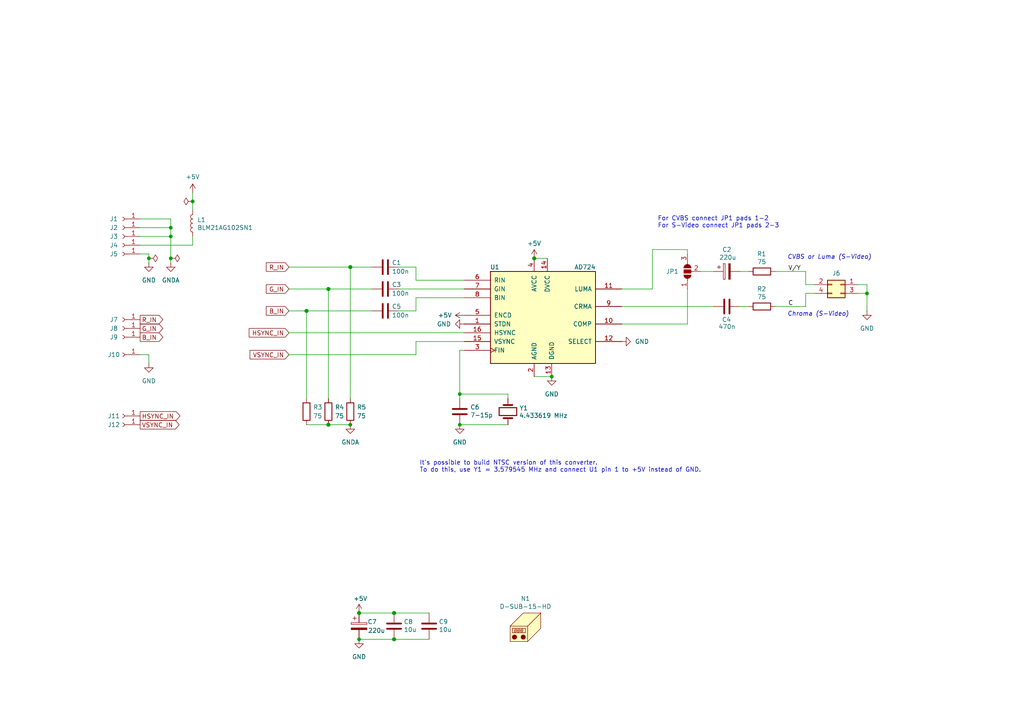
<source format=kicad_sch>
(kicad_sch
	(version 20231120)
	(generator "eeschema")
	(generator_version "8.0")
	(uuid "b5bdea5f-d37f-4463-b6ac-c8b79446d60f")
	(paper "A4")
	(title_block
		(title "RGB to SVideo converter")
		(date "2024-07-23")
		(rev "C")
		(comment 2 "Output: S-Video PAL")
		(comment 3 "Input: 15KHz RGB+CSync or RGB+HSync+VSync")
	)
	(lib_symbols
		(symbol "Connector:Conn_01x01_Socket"
			(pin_names
				(offset 1.016) hide)
			(exclude_from_sim no)
			(in_bom yes)
			(on_board yes)
			(property "Reference" "J"
				(at 0 2.54 0)
				(effects
					(font
						(size 1.27 1.27)
					)
				)
			)
			(property "Value" "Conn_01x01_Socket"
				(at 0 -2.54 0)
				(effects
					(font
						(size 1.27 1.27)
					)
				)
			)
			(property "Footprint" ""
				(at 0 0 0)
				(effects
					(font
						(size 1.27 1.27)
					)
					(hide yes)
				)
			)
			(property "Datasheet" "~"
				(at 0 0 0)
				(effects
					(font
						(size 1.27 1.27)
					)
					(hide yes)
				)
			)
			(property "Description" "Generic connector, single row, 01x01, script generated"
				(at 0 0 0)
				(effects
					(font
						(size 1.27 1.27)
					)
					(hide yes)
				)
			)
			(property "ki_locked" ""
				(at 0 0 0)
				(effects
					(font
						(size 1.27 1.27)
					)
				)
			)
			(property "ki_keywords" "connector"
				(at 0 0 0)
				(effects
					(font
						(size 1.27 1.27)
					)
					(hide yes)
				)
			)
			(property "ki_fp_filters" "Connector*:*_1x??_*"
				(at 0 0 0)
				(effects
					(font
						(size 1.27 1.27)
					)
					(hide yes)
				)
			)
			(symbol "Conn_01x01_Socket_1_1"
				(polyline
					(pts
						(xy -1.27 0) (xy -0.508 0)
					)
					(stroke
						(width 0.1524)
						(type default)
					)
					(fill
						(type none)
					)
				)
				(arc
					(start 0 0.508)
					(mid -0.5058 0)
					(end 0 -0.508)
					(stroke
						(width 0.1524)
						(type default)
					)
					(fill
						(type none)
					)
				)
				(pin passive line
					(at -5.08 0 0)
					(length 3.81)
					(name "Pin_1"
						(effects
							(font
								(size 1.27 1.27)
							)
						)
					)
					(number "1"
						(effects
							(font
								(size 1.27 1.27)
							)
						)
					)
				)
			)
		)
		(symbol "Connector_Generic:Conn_02x02_Odd_Even"
			(pin_names
				(offset 1.016) hide)
			(exclude_from_sim no)
			(in_bom yes)
			(on_board yes)
			(property "Reference" "J"
				(at 1.27 2.54 0)
				(effects
					(font
						(size 1.27 1.27)
					)
				)
			)
			(property "Value" "Conn_02x02_Odd_Even"
				(at 1.27 -5.08 0)
				(effects
					(font
						(size 1.27 1.27)
					)
				)
			)
			(property "Footprint" ""
				(at 0 0 0)
				(effects
					(font
						(size 1.27 1.27)
					)
					(hide yes)
				)
			)
			(property "Datasheet" "~"
				(at 0 0 0)
				(effects
					(font
						(size 1.27 1.27)
					)
					(hide yes)
				)
			)
			(property "Description" "Generic connector, double row, 02x02, odd/even pin numbering scheme (row 1 odd numbers, row 2 even numbers), script generated (kicad-library-utils/schlib/autogen/connector/)"
				(at 0 0 0)
				(effects
					(font
						(size 1.27 1.27)
					)
					(hide yes)
				)
			)
			(property "ki_keywords" "connector"
				(at 0 0 0)
				(effects
					(font
						(size 1.27 1.27)
					)
					(hide yes)
				)
			)
			(property "ki_fp_filters" "Connector*:*_2x??_*"
				(at 0 0 0)
				(effects
					(font
						(size 1.27 1.27)
					)
					(hide yes)
				)
			)
			(symbol "Conn_02x02_Odd_Even_1_1"
				(rectangle
					(start -1.27 -2.413)
					(end 0 -2.667)
					(stroke
						(width 0.1524)
						(type default)
					)
					(fill
						(type none)
					)
				)
				(rectangle
					(start -1.27 0.127)
					(end 0 -0.127)
					(stroke
						(width 0.1524)
						(type default)
					)
					(fill
						(type none)
					)
				)
				(rectangle
					(start -1.27 1.27)
					(end 3.81 -3.81)
					(stroke
						(width 0.254)
						(type default)
					)
					(fill
						(type background)
					)
				)
				(rectangle
					(start 3.81 -2.413)
					(end 2.54 -2.667)
					(stroke
						(width 0.1524)
						(type default)
					)
					(fill
						(type none)
					)
				)
				(rectangle
					(start 3.81 0.127)
					(end 2.54 -0.127)
					(stroke
						(width 0.1524)
						(type default)
					)
					(fill
						(type none)
					)
				)
				(pin passive line
					(at -5.08 0 0)
					(length 3.81)
					(name "Pin_1"
						(effects
							(font
								(size 1.27 1.27)
							)
						)
					)
					(number "1"
						(effects
							(font
								(size 1.27 1.27)
							)
						)
					)
				)
				(pin passive line
					(at 7.62 0 180)
					(length 3.81)
					(name "Pin_2"
						(effects
							(font
								(size 1.27 1.27)
							)
						)
					)
					(number "2"
						(effects
							(font
								(size 1.27 1.27)
							)
						)
					)
				)
				(pin passive line
					(at -5.08 -2.54 0)
					(length 3.81)
					(name "Pin_3"
						(effects
							(font
								(size 1.27 1.27)
							)
						)
					)
					(number "3"
						(effects
							(font
								(size 1.27 1.27)
							)
						)
					)
				)
				(pin passive line
					(at 7.62 -2.54 180)
					(length 3.81)
					(name "Pin_4"
						(effects
							(font
								(size 1.27 1.27)
							)
						)
					)
					(number "4"
						(effects
							(font
								(size 1.27 1.27)
							)
						)
					)
				)
			)
		)
		(symbol "Device:C"
			(pin_numbers hide)
			(pin_names
				(offset 0.254)
			)
			(exclude_from_sim no)
			(in_bom yes)
			(on_board yes)
			(property "Reference" "C"
				(at 0.635 2.54 0)
				(effects
					(font
						(size 1.27 1.27)
					)
					(justify left)
				)
			)
			(property "Value" "C"
				(at 0.635 -2.54 0)
				(effects
					(font
						(size 1.27 1.27)
					)
					(justify left)
				)
			)
			(property "Footprint" ""
				(at 0.9652 -3.81 0)
				(effects
					(font
						(size 1.27 1.27)
					)
					(hide yes)
				)
			)
			(property "Datasheet" "~"
				(at 0 0 0)
				(effects
					(font
						(size 1.27 1.27)
					)
					(hide yes)
				)
			)
			(property "Description" "Unpolarized capacitor"
				(at 0 0 0)
				(effects
					(font
						(size 1.27 1.27)
					)
					(hide yes)
				)
			)
			(property "ki_keywords" "cap capacitor"
				(at 0 0 0)
				(effects
					(font
						(size 1.27 1.27)
					)
					(hide yes)
				)
			)
			(property "ki_fp_filters" "C_*"
				(at 0 0 0)
				(effects
					(font
						(size 1.27 1.27)
					)
					(hide yes)
				)
			)
			(symbol "C_0_1"
				(polyline
					(pts
						(xy -2.032 -0.762) (xy 2.032 -0.762)
					)
					(stroke
						(width 0.508)
						(type default)
					)
					(fill
						(type none)
					)
				)
				(polyline
					(pts
						(xy -2.032 0.762) (xy 2.032 0.762)
					)
					(stroke
						(width 0.508)
						(type default)
					)
					(fill
						(type none)
					)
				)
			)
			(symbol "C_1_1"
				(pin passive line
					(at 0 3.81 270)
					(length 2.794)
					(name "~"
						(effects
							(font
								(size 1.27 1.27)
							)
						)
					)
					(number "1"
						(effects
							(font
								(size 1.27 1.27)
							)
						)
					)
				)
				(pin passive line
					(at 0 -3.81 90)
					(length 2.794)
					(name "~"
						(effects
							(font
								(size 1.27 1.27)
							)
						)
					)
					(number "2"
						(effects
							(font
								(size 1.27 1.27)
							)
						)
					)
				)
			)
		)
		(symbol "Device:C_Polarized"
			(pin_numbers hide)
			(pin_names
				(offset 0.254)
			)
			(exclude_from_sim no)
			(in_bom yes)
			(on_board yes)
			(property "Reference" "C"
				(at 0.635 2.54 0)
				(effects
					(font
						(size 1.27 1.27)
					)
					(justify left)
				)
			)
			(property "Value" "C_Polarized"
				(at 0.635 -2.54 0)
				(effects
					(font
						(size 1.27 1.27)
					)
					(justify left)
				)
			)
			(property "Footprint" ""
				(at 0.9652 -3.81 0)
				(effects
					(font
						(size 1.27 1.27)
					)
					(hide yes)
				)
			)
			(property "Datasheet" "~"
				(at 0 0 0)
				(effects
					(font
						(size 1.27 1.27)
					)
					(hide yes)
				)
			)
			(property "Description" "Polarized capacitor"
				(at 0 0 0)
				(effects
					(font
						(size 1.27 1.27)
					)
					(hide yes)
				)
			)
			(property "ki_keywords" "cap capacitor"
				(at 0 0 0)
				(effects
					(font
						(size 1.27 1.27)
					)
					(hide yes)
				)
			)
			(property "ki_fp_filters" "CP_*"
				(at 0 0 0)
				(effects
					(font
						(size 1.27 1.27)
					)
					(hide yes)
				)
			)
			(symbol "C_Polarized_0_1"
				(rectangle
					(start -2.286 0.508)
					(end 2.286 1.016)
					(stroke
						(width 0)
						(type default)
					)
					(fill
						(type none)
					)
				)
				(polyline
					(pts
						(xy -1.778 2.286) (xy -0.762 2.286)
					)
					(stroke
						(width 0)
						(type default)
					)
					(fill
						(type none)
					)
				)
				(polyline
					(pts
						(xy -1.27 2.794) (xy -1.27 1.778)
					)
					(stroke
						(width 0)
						(type default)
					)
					(fill
						(type none)
					)
				)
				(rectangle
					(start 2.286 -0.508)
					(end -2.286 -1.016)
					(stroke
						(width 0)
						(type default)
					)
					(fill
						(type outline)
					)
				)
			)
			(symbol "C_Polarized_1_1"
				(pin passive line
					(at 0 3.81 270)
					(length 2.794)
					(name "~"
						(effects
							(font
								(size 1.27 1.27)
							)
						)
					)
					(number "1"
						(effects
							(font
								(size 1.27 1.27)
							)
						)
					)
				)
				(pin passive line
					(at 0 -3.81 90)
					(length 2.794)
					(name "~"
						(effects
							(font
								(size 1.27 1.27)
							)
						)
					)
					(number "2"
						(effects
							(font
								(size 1.27 1.27)
							)
						)
					)
				)
			)
		)
		(symbol "Device:Crystal"
			(pin_numbers hide)
			(pin_names
				(offset 1.016) hide)
			(exclude_from_sim no)
			(in_bom yes)
			(on_board yes)
			(property "Reference" "Y"
				(at 0 3.81 0)
				(effects
					(font
						(size 1.27 1.27)
					)
				)
			)
			(property "Value" "Crystal"
				(at 0 -3.81 0)
				(effects
					(font
						(size 1.27 1.27)
					)
				)
			)
			(property "Footprint" ""
				(at 0 0 0)
				(effects
					(font
						(size 1.27 1.27)
					)
					(hide yes)
				)
			)
			(property "Datasheet" "~"
				(at 0 0 0)
				(effects
					(font
						(size 1.27 1.27)
					)
					(hide yes)
				)
			)
			(property "Description" "Two pin crystal"
				(at 0 0 0)
				(effects
					(font
						(size 1.27 1.27)
					)
					(hide yes)
				)
			)
			(property "ki_keywords" "quartz ceramic resonator oscillator"
				(at 0 0 0)
				(effects
					(font
						(size 1.27 1.27)
					)
					(hide yes)
				)
			)
			(property "ki_fp_filters" "Crystal*"
				(at 0 0 0)
				(effects
					(font
						(size 1.27 1.27)
					)
					(hide yes)
				)
			)
			(symbol "Crystal_0_1"
				(rectangle
					(start -1.143 2.54)
					(end 1.143 -2.54)
					(stroke
						(width 0.3048)
						(type default)
					)
					(fill
						(type none)
					)
				)
				(polyline
					(pts
						(xy -2.54 0) (xy -1.905 0)
					)
					(stroke
						(width 0)
						(type default)
					)
					(fill
						(type none)
					)
				)
				(polyline
					(pts
						(xy -1.905 -1.27) (xy -1.905 1.27)
					)
					(stroke
						(width 0.508)
						(type default)
					)
					(fill
						(type none)
					)
				)
				(polyline
					(pts
						(xy 1.905 -1.27) (xy 1.905 1.27)
					)
					(stroke
						(width 0.508)
						(type default)
					)
					(fill
						(type none)
					)
				)
				(polyline
					(pts
						(xy 2.54 0) (xy 1.905 0)
					)
					(stroke
						(width 0)
						(type default)
					)
					(fill
						(type none)
					)
				)
			)
			(symbol "Crystal_1_1"
				(pin passive line
					(at -3.81 0 0)
					(length 1.27)
					(name "1"
						(effects
							(font
								(size 1.27 1.27)
							)
						)
					)
					(number "1"
						(effects
							(font
								(size 1.27 1.27)
							)
						)
					)
				)
				(pin passive line
					(at 3.81 0 180)
					(length 1.27)
					(name "2"
						(effects
							(font
								(size 1.27 1.27)
							)
						)
					)
					(number "2"
						(effects
							(font
								(size 1.27 1.27)
							)
						)
					)
				)
			)
		)
		(symbol "Device:L"
			(pin_numbers hide)
			(pin_names
				(offset 1.016) hide)
			(exclude_from_sim no)
			(in_bom yes)
			(on_board yes)
			(property "Reference" "L"
				(at -1.27 0 90)
				(effects
					(font
						(size 1.27 1.27)
					)
				)
			)
			(property "Value" "L"
				(at 1.905 0 90)
				(effects
					(font
						(size 1.27 1.27)
					)
				)
			)
			(property "Footprint" ""
				(at 0 0 0)
				(effects
					(font
						(size 1.27 1.27)
					)
					(hide yes)
				)
			)
			(property "Datasheet" "~"
				(at 0 0 0)
				(effects
					(font
						(size 1.27 1.27)
					)
					(hide yes)
				)
			)
			(property "Description" "Inductor"
				(at 0 0 0)
				(effects
					(font
						(size 1.27 1.27)
					)
					(hide yes)
				)
			)
			(property "ki_keywords" "inductor choke coil reactor magnetic"
				(at 0 0 0)
				(effects
					(font
						(size 1.27 1.27)
					)
					(hide yes)
				)
			)
			(property "ki_fp_filters" "Choke_* *Coil* Inductor_* L_*"
				(at 0 0 0)
				(effects
					(font
						(size 1.27 1.27)
					)
					(hide yes)
				)
			)
			(symbol "L_0_1"
				(arc
					(start 0 -2.54)
					(mid 0.6323 -1.905)
					(end 0 -1.27)
					(stroke
						(width 0)
						(type default)
					)
					(fill
						(type none)
					)
				)
				(arc
					(start 0 -1.27)
					(mid 0.6323 -0.635)
					(end 0 0)
					(stroke
						(width 0)
						(type default)
					)
					(fill
						(type none)
					)
				)
				(arc
					(start 0 0)
					(mid 0.6323 0.635)
					(end 0 1.27)
					(stroke
						(width 0)
						(type default)
					)
					(fill
						(type none)
					)
				)
				(arc
					(start 0 1.27)
					(mid 0.6323 1.905)
					(end 0 2.54)
					(stroke
						(width 0)
						(type default)
					)
					(fill
						(type none)
					)
				)
			)
			(symbol "L_1_1"
				(pin passive line
					(at 0 3.81 270)
					(length 1.27)
					(name "1"
						(effects
							(font
								(size 1.27 1.27)
							)
						)
					)
					(number "1"
						(effects
							(font
								(size 1.27 1.27)
							)
						)
					)
				)
				(pin passive line
					(at 0 -3.81 90)
					(length 1.27)
					(name "2"
						(effects
							(font
								(size 1.27 1.27)
							)
						)
					)
					(number "2"
						(effects
							(font
								(size 1.27 1.27)
							)
						)
					)
				)
			)
		)
		(symbol "Device:R"
			(pin_numbers hide)
			(pin_names
				(offset 0)
			)
			(exclude_from_sim no)
			(in_bom yes)
			(on_board yes)
			(property "Reference" "R"
				(at 2.032 0 90)
				(effects
					(font
						(size 1.27 1.27)
					)
				)
			)
			(property "Value" "R"
				(at 0 0 90)
				(effects
					(font
						(size 1.27 1.27)
					)
				)
			)
			(property "Footprint" ""
				(at -1.778 0 90)
				(effects
					(font
						(size 1.27 1.27)
					)
					(hide yes)
				)
			)
			(property "Datasheet" "~"
				(at 0 0 0)
				(effects
					(font
						(size 1.27 1.27)
					)
					(hide yes)
				)
			)
			(property "Description" "Resistor"
				(at 0 0 0)
				(effects
					(font
						(size 1.27 1.27)
					)
					(hide yes)
				)
			)
			(property "ki_keywords" "R res resistor"
				(at 0 0 0)
				(effects
					(font
						(size 1.27 1.27)
					)
					(hide yes)
				)
			)
			(property "ki_fp_filters" "R_*"
				(at 0 0 0)
				(effects
					(font
						(size 1.27 1.27)
					)
					(hide yes)
				)
			)
			(symbol "R_0_1"
				(rectangle
					(start -1.016 -2.54)
					(end 1.016 2.54)
					(stroke
						(width 0.254)
						(type default)
					)
					(fill
						(type none)
					)
				)
			)
			(symbol "R_1_1"
				(pin passive line
					(at 0 3.81 270)
					(length 1.27)
					(name "~"
						(effects
							(font
								(size 1.27 1.27)
							)
						)
					)
					(number "1"
						(effects
							(font
								(size 1.27 1.27)
							)
						)
					)
				)
				(pin passive line
					(at 0 -3.81 90)
					(length 1.27)
					(name "~"
						(effects
							(font
								(size 1.27 1.27)
							)
						)
					)
					(number "2"
						(effects
							(font
								(size 1.27 1.27)
							)
						)
					)
				)
			)
		)
		(symbol "GND_1"
			(power)
			(pin_numbers hide)
			(pin_names
				(offset 0) hide)
			(exclude_from_sim no)
			(in_bom yes)
			(on_board yes)
			(property "Reference" "#PWR"
				(at 0 -6.35 0)
				(effects
					(font
						(size 1.27 1.27)
					)
					(hide yes)
				)
			)
			(property "Value" "GND"
				(at 0 -3.81 0)
				(effects
					(font
						(size 1.27 1.27)
					)
				)
			)
			(property "Footprint" ""
				(at 0 0 0)
				(effects
					(font
						(size 1.27 1.27)
					)
					(hide yes)
				)
			)
			(property "Datasheet" ""
				(at 0 0 0)
				(effects
					(font
						(size 1.27 1.27)
					)
					(hide yes)
				)
			)
			(property "Description" "Power symbol creates a global label with name \"GND\" , ground"
				(at 0 0 0)
				(effects
					(font
						(size 1.27 1.27)
					)
					(hide yes)
				)
			)
			(property "ki_keywords" "global power"
				(at 0 0 0)
				(effects
					(font
						(size 1.27 1.27)
					)
					(hide yes)
				)
			)
			(symbol "GND_1_0_1"
				(polyline
					(pts
						(xy 0 0) (xy 0 -1.27) (xy 1.27 -1.27) (xy 0 -2.54) (xy -1.27 -1.27) (xy 0 -1.27)
					)
					(stroke
						(width 0)
						(type default)
					)
					(fill
						(type none)
					)
				)
			)
			(symbol "GND_1_1_1"
				(pin power_in line
					(at 0 0 270)
					(length 0)
					(name "~"
						(effects
							(font
								(size 1.27 1.27)
							)
						)
					)
					(number "1"
						(effects
							(font
								(size 1.27 1.27)
							)
						)
					)
				)
			)
		)
		(symbol "Jumper:SolderJumper_3_Open"
			(pin_names
				(offset 0) hide)
			(exclude_from_sim yes)
			(in_bom no)
			(on_board yes)
			(property "Reference" "JP"
				(at -2.54 -2.54 0)
				(effects
					(font
						(size 1.27 1.27)
					)
				)
			)
			(property "Value" "SolderJumper_3_Open"
				(at 0 2.794 0)
				(effects
					(font
						(size 1.27 1.27)
					)
				)
			)
			(property "Footprint" ""
				(at 0 0 0)
				(effects
					(font
						(size 1.27 1.27)
					)
					(hide yes)
				)
			)
			(property "Datasheet" "~"
				(at 0 0 0)
				(effects
					(font
						(size 1.27 1.27)
					)
					(hide yes)
				)
			)
			(property "Description" "Solder Jumper, 3-pole, open"
				(at 0 0 0)
				(effects
					(font
						(size 1.27 1.27)
					)
					(hide yes)
				)
			)
			(property "ki_keywords" "Solder Jumper SPDT"
				(at 0 0 0)
				(effects
					(font
						(size 1.27 1.27)
					)
					(hide yes)
				)
			)
			(property "ki_fp_filters" "SolderJumper*Open*"
				(at 0 0 0)
				(effects
					(font
						(size 1.27 1.27)
					)
					(hide yes)
				)
			)
			(symbol "SolderJumper_3_Open_0_1"
				(arc
					(start -1.016 1.016)
					(mid -2.0276 0)
					(end -1.016 -1.016)
					(stroke
						(width 0)
						(type default)
					)
					(fill
						(type none)
					)
				)
				(arc
					(start -1.016 1.016)
					(mid -2.0276 0)
					(end -1.016 -1.016)
					(stroke
						(width 0)
						(type default)
					)
					(fill
						(type outline)
					)
				)
				(rectangle
					(start -0.508 1.016)
					(end 0.508 -1.016)
					(stroke
						(width 0)
						(type default)
					)
					(fill
						(type outline)
					)
				)
				(polyline
					(pts
						(xy -2.54 0) (xy -2.032 0)
					)
					(stroke
						(width 0)
						(type default)
					)
					(fill
						(type none)
					)
				)
				(polyline
					(pts
						(xy -1.016 1.016) (xy -1.016 -1.016)
					)
					(stroke
						(width 0)
						(type default)
					)
					(fill
						(type none)
					)
				)
				(polyline
					(pts
						(xy 0 -1.27) (xy 0 -1.016)
					)
					(stroke
						(width 0)
						(type default)
					)
					(fill
						(type none)
					)
				)
				(polyline
					(pts
						(xy 1.016 1.016) (xy 1.016 -1.016)
					)
					(stroke
						(width 0)
						(type default)
					)
					(fill
						(type none)
					)
				)
				(polyline
					(pts
						(xy 2.54 0) (xy 2.032 0)
					)
					(stroke
						(width 0)
						(type default)
					)
					(fill
						(type none)
					)
				)
				(arc
					(start 1.016 -1.016)
					(mid 2.0276 0)
					(end 1.016 1.016)
					(stroke
						(width 0)
						(type default)
					)
					(fill
						(type none)
					)
				)
				(arc
					(start 1.016 -1.016)
					(mid 2.0276 0)
					(end 1.016 1.016)
					(stroke
						(width 0)
						(type default)
					)
					(fill
						(type outline)
					)
				)
			)
			(symbol "SolderJumper_3_Open_1_1"
				(pin passive line
					(at -5.08 0 0)
					(length 2.54)
					(name "A"
						(effects
							(font
								(size 1.27 1.27)
							)
						)
					)
					(number "1"
						(effects
							(font
								(size 1.27 1.27)
							)
						)
					)
				)
				(pin passive line
					(at 0 -3.81 90)
					(length 2.54)
					(name "C"
						(effects
							(font
								(size 1.27 1.27)
							)
						)
					)
					(number "2"
						(effects
							(font
								(size 1.27 1.27)
							)
						)
					)
				)
				(pin passive line
					(at 5.08 0 180)
					(length 2.54)
					(name "B"
						(effects
							(font
								(size 1.27 1.27)
							)
						)
					)
					(number "3"
						(effects
							(font
								(size 1.27 1.27)
							)
						)
					)
				)
			)
		)
		(symbol "Mechanical:Housing"
			(pin_names
				(offset 1.016)
			)
			(exclude_from_sim no)
			(in_bom yes)
			(on_board yes)
			(property "Reference" "N"
				(at 3.81 0 0)
				(effects
					(font
						(size 1.27 1.27)
					)
					(justify left)
				)
			)
			(property "Value" "Housing"
				(at 3.81 -1.905 0)
				(effects
					(font
						(size 1.27 1.27)
					)
					(justify left)
				)
			)
			(property "Footprint" ""
				(at 1.27 1.27 0)
				(effects
					(font
						(size 1.27 1.27)
					)
					(hide yes)
				)
			)
			(property "Datasheet" "~"
				(at 1.27 1.27 0)
				(effects
					(font
						(size 1.27 1.27)
					)
					(hide yes)
				)
			)
			(property "Description" "Housing"
				(at 0 0 0)
				(effects
					(font
						(size 1.27 1.27)
					)
					(hide yes)
				)
			)
			(property "ki_keywords" "housing enclosure"
				(at 0 0 0)
				(effects
					(font
						(size 1.27 1.27)
					)
					(hide yes)
				)
			)
			(property "ki_fp_filters" "Enclosure* Housing*"
				(at 0 0 0)
				(effects
					(font
						(size 1.27 1.27)
					)
					(hide yes)
				)
			)
			(symbol "Housing_0_1"
				(rectangle
					(start -5.08 -0.635)
					(end -1.27 -1.905)
					(stroke
						(width 0)
						(type default)
					)
					(fill
						(type none)
					)
				)
				(circle
					(center -4.445 -3.175)
					(radius 0.635)
					(stroke
						(width 0)
						(type default)
					)
					(fill
						(type outline)
					)
				)
				(circle
					(center -1.905 -3.175)
					(radius 0.635)
					(stroke
						(width 0)
						(type default)
					)
					(fill
						(type outline)
					)
				)
				(polyline
					(pts
						(xy -4.5212 -1.5748) (xy -4.4704 -1.3716)
					)
					(stroke
						(width 0)
						(type default)
					)
					(fill
						(type none)
					)
				)
				(polyline
					(pts
						(xy -4.4196 -1.6764) (xy -4.064 -1.6764)
					)
					(stroke
						(width 0)
						(type default)
					)
					(fill
						(type none)
					)
				)
				(polyline
					(pts
						(xy -4.4196 -1.2192) (xy -4.3688 -0.9652)
					)
					(stroke
						(width 0)
						(type default)
					)
					(fill
						(type none)
					)
				)
				(polyline
					(pts
						(xy -4.318 -1.3208) (xy -4.0132 -1.3208)
					)
					(stroke
						(width 0)
						(type default)
					)
					(fill
						(type none)
					)
				)
				(polyline
					(pts
						(xy -4.2164 -0.9144) (xy -3.9116 -0.9144)
					)
					(stroke
						(width 0)
						(type default)
					)
					(fill
						(type none)
					)
				)
				(polyline
					(pts
						(xy -3.9116 -1.6256) (xy -3.8608 -1.3716)
					)
					(stroke
						(width 0)
						(type default)
					)
					(fill
						(type none)
					)
				)
				(polyline
					(pts
						(xy -3.81 -1.2192) (xy -3.7592 -0.9652)
					)
					(stroke
						(width 0)
						(type default)
					)
					(fill
						(type none)
					)
				)
				(polyline
					(pts
						(xy -3.6068 -1.5748) (xy -3.556 -1.3716)
					)
					(stroke
						(width 0)
						(type default)
					)
					(fill
						(type none)
					)
				)
				(polyline
					(pts
						(xy -3.5052 -1.6764) (xy -3.1496 -1.6764)
					)
					(stroke
						(width 0)
						(type default)
					)
					(fill
						(type none)
					)
				)
				(polyline
					(pts
						(xy -3.5052 -1.2192) (xy -3.4544 -0.9652)
					)
					(stroke
						(width 0)
						(type default)
					)
					(fill
						(type none)
					)
				)
				(polyline
					(pts
						(xy -3.4036 -1.3208) (xy -3.0988 -1.3208)
					)
					(stroke
						(width 0)
						(type default)
					)
					(fill
						(type none)
					)
				)
				(polyline
					(pts
						(xy -3.302 -0.9144) (xy -2.9972 -0.9144)
					)
					(stroke
						(width 0)
						(type default)
					)
					(fill
						(type none)
					)
				)
				(polyline
					(pts
						(xy -2.9972 -1.6256) (xy -2.9464 -1.3716)
					)
					(stroke
						(width 0)
						(type default)
					)
					(fill
						(type none)
					)
				)
				(polyline
					(pts
						(xy -2.8956 -1.2192) (xy -2.8448 -0.9652)
					)
					(stroke
						(width 0)
						(type default)
					)
					(fill
						(type none)
					)
				)
				(polyline
					(pts
						(xy -2.6924 -1.5748) (xy -2.6416 -1.3716)
					)
					(stroke
						(width 0)
						(type default)
					)
					(fill
						(type none)
					)
				)
				(polyline
					(pts
						(xy -2.5908 -1.6764) (xy -2.2352 -1.6764)
					)
					(stroke
						(width 0)
						(type default)
					)
					(fill
						(type none)
					)
				)
				(polyline
					(pts
						(xy -2.5908 -1.2192) (xy -2.54 -0.9652)
					)
					(stroke
						(width 0)
						(type default)
					)
					(fill
						(type none)
					)
				)
				(polyline
					(pts
						(xy -2.4892 -1.3208) (xy -2.1844 -1.3208)
					)
					(stroke
						(width 0)
						(type default)
					)
					(fill
						(type none)
					)
				)
				(polyline
					(pts
						(xy -2.3876 -0.9144) (xy -2.0828 -0.9144)
					)
					(stroke
						(width 0)
						(type default)
					)
					(fill
						(type none)
					)
				)
				(polyline
					(pts
						(xy -2.0828 -1.6256) (xy -2.032 -1.3716)
					)
					(stroke
						(width 0)
						(type default)
					)
					(fill
						(type none)
					)
				)
				(polyline
					(pts
						(xy -1.9812 -1.2192) (xy -1.9304 -0.9652)
					)
					(stroke
						(width 0)
						(type default)
					)
					(fill
						(type none)
					)
				)
				(polyline
					(pts
						(xy -0.635 0) (xy -0.635 -4.445)
					)
					(stroke
						(width 0)
						(type default)
					)
					(fill
						(type none)
					)
				)
				(polyline
					(pts
						(xy -5.715 0) (xy -0.635 0) (xy 3.175 3.81)
					)
					(stroke
						(width 0)
						(type default)
					)
					(fill
						(type none)
					)
				)
				(polyline
					(pts
						(xy -5.715 0) (xy -5.715 -4.445) (xy -0.635 -4.445) (xy 3.175 -0.635) (xy 3.175 3.81) (xy -1.905 3.81)
						(xy -5.715 0)
					)
					(stroke
						(width 0)
						(type default)
					)
					(fill
						(type background)
					)
				)
			)
		)
		(symbol "my:AD724"
			(pin_names
				(offset 1.016)
			)
			(exclude_from_sim no)
			(in_bom yes)
			(on_board yes)
			(property "Reference" "U"
				(at -13.97 13.97 0)
				(effects
					(font
						(size 1.27 1.27)
					)
				)
			)
			(property "Value" "AD724"
				(at 12.7 13.97 0)
				(effects
					(font
						(size 1.27 1.27)
					)
				)
			)
			(property "Footprint" "Package_SO:SOIC-16W_7.5x10.3mm_P1.27mm"
				(at 0 19.05 0)
				(effects
					(font
						(size 1.27 1.27)
					)
					(hide yes)
				)
			)
			(property "Datasheet" ""
				(at 0 0 0)
				(effects
					(font
						(size 1.27 1.27)
					)
					(hide yes)
				)
			)
			(property "Description" ""
				(at 0 0 0)
				(effects
					(font
						(size 1.27 1.27)
					)
					(hide yes)
				)
			)
			(property "ki_fp_filters" "SOIC*7.5x10.3mm*P1.27mm*"
				(at 0 0 0)
				(effects
					(font
						(size 1.27 1.27)
					)
					(hide yes)
				)
			)
			(symbol "AD724_0_1"
				(rectangle
					(start -15.24 12.7)
					(end 15.24 -13.97)
					(stroke
						(width 0.254)
						(type default)
					)
					(fill
						(type background)
					)
				)
			)
			(symbol "AD724_1_1"
				(pin input line
					(at -22.86 -2.54 0)
					(length 7.62)
					(name "STDN"
						(effects
							(font
								(size 1.27 1.27)
							)
						)
					)
					(number "1"
						(effects
							(font
								(size 1.27 1.27)
							)
						)
					)
				)
				(pin output line
					(at 22.86 -2.54 180)
					(length 7.62)
					(name "COMP"
						(effects
							(font
								(size 1.27 1.27)
							)
						)
					)
					(number "10"
						(effects
							(font
								(size 1.27 1.27)
							)
						)
					)
				)
				(pin output line
					(at 22.86 7.62 180)
					(length 7.62)
					(name "LUMA"
						(effects
							(font
								(size 1.27 1.27)
							)
						)
					)
					(number "11"
						(effects
							(font
								(size 1.27 1.27)
							)
						)
					)
				)
				(pin input line
					(at 22.86 -7.62 180)
					(length 7.62)
					(name "SELECT"
						(effects
							(font
								(size 1.27 1.27)
							)
						)
					)
					(number "12"
						(effects
							(font
								(size 1.27 1.27)
							)
						)
					)
				)
				(pin power_in line
					(at 2.54 -17.78 90)
					(length 3.81)
					(name "DGND"
						(effects
							(font
								(size 1.27 1.27)
							)
						)
					)
					(number "13"
						(effects
							(font
								(size 1.27 1.27)
							)
						)
					)
				)
				(pin power_in line
					(at 1.27 16.51 270)
					(length 3.81)
					(name "DVCC"
						(effects
							(font
								(size 1.27 1.27)
							)
						)
					)
					(number "14"
						(effects
							(font
								(size 1.27 1.27)
							)
						)
					)
				)
				(pin input line
					(at -22.86 -7.62 0)
					(length 7.62)
					(name "VSYNC"
						(effects
							(font
								(size 1.27 1.27)
							)
						)
					)
					(number "15"
						(effects
							(font
								(size 1.27 1.27)
							)
						)
					)
				)
				(pin input line
					(at -22.86 -5.08 0)
					(length 7.62)
					(name "HSYNC"
						(effects
							(font
								(size 1.27 1.27)
							)
						)
					)
					(number "16"
						(effects
							(font
								(size 1.27 1.27)
							)
						)
					)
				)
				(pin power_in line
					(at -2.54 -17.78 90)
					(length 3.81)
					(name "AGND"
						(effects
							(font
								(size 1.27 1.27)
							)
						)
					)
					(number "2"
						(effects
							(font
								(size 1.27 1.27)
							)
						)
					)
				)
				(pin input clock
					(at -22.86 -10.16 0)
					(length 7.62)
					(name "FIN"
						(effects
							(font
								(size 1.27 1.27)
							)
						)
					)
					(number "3"
						(effects
							(font
								(size 1.27 1.27)
							)
						)
					)
				)
				(pin power_in line
					(at -2.54 16.51 270)
					(length 3.81)
					(name "AVCC"
						(effects
							(font
								(size 1.27 1.27)
							)
						)
					)
					(number "4"
						(effects
							(font
								(size 1.27 1.27)
							)
						)
					)
				)
				(pin input line
					(at -22.86 0 0)
					(length 7.62)
					(name "ENCD"
						(effects
							(font
								(size 1.27 1.27)
							)
						)
					)
					(number "5"
						(effects
							(font
								(size 1.27 1.27)
							)
						)
					)
				)
				(pin input line
					(at -22.86 10.16 0)
					(length 7.62)
					(name "RIN"
						(effects
							(font
								(size 1.27 1.27)
							)
						)
					)
					(number "6"
						(effects
							(font
								(size 1.27 1.27)
							)
						)
					)
				)
				(pin input line
					(at -22.86 7.62 0)
					(length 7.62)
					(name "GIN"
						(effects
							(font
								(size 1.27 1.27)
							)
						)
					)
					(number "7"
						(effects
							(font
								(size 1.27 1.27)
							)
						)
					)
				)
				(pin input line
					(at -22.86 5.08 0)
					(length 7.62)
					(name "BIN"
						(effects
							(font
								(size 1.27 1.27)
							)
						)
					)
					(number "8"
						(effects
							(font
								(size 1.27 1.27)
							)
						)
					)
				)
				(pin output line
					(at 22.86 2.54 180)
					(length 7.62)
					(name "CRMA"
						(effects
							(font
								(size 1.27 1.27)
							)
						)
					)
					(number "9"
						(effects
							(font
								(size 1.27 1.27)
							)
						)
					)
				)
			)
		)
		(symbol "power:+5V"
			(power)
			(pin_numbers hide)
			(pin_names
				(offset 0) hide)
			(exclude_from_sim no)
			(in_bom yes)
			(on_board yes)
			(property "Reference" "#PWR"
				(at 0 -3.81 0)
				(effects
					(font
						(size 1.27 1.27)
					)
					(hide yes)
				)
			)
			(property "Value" "+5V"
				(at 0 3.556 0)
				(effects
					(font
						(size 1.27 1.27)
					)
				)
			)
			(property "Footprint" ""
				(at 0 0 0)
				(effects
					(font
						(size 1.27 1.27)
					)
					(hide yes)
				)
			)
			(property "Datasheet" ""
				(at 0 0 0)
				(effects
					(font
						(size 1.27 1.27)
					)
					(hide yes)
				)
			)
			(property "Description" "Power symbol creates a global label with name \"+5V\""
				(at 0 0 0)
				(effects
					(font
						(size 1.27 1.27)
					)
					(hide yes)
				)
			)
			(property "ki_keywords" "global power"
				(at 0 0 0)
				(effects
					(font
						(size 1.27 1.27)
					)
					(hide yes)
				)
			)
			(symbol "+5V_0_1"
				(polyline
					(pts
						(xy -0.762 1.27) (xy 0 2.54)
					)
					(stroke
						(width 0)
						(type default)
					)
					(fill
						(type none)
					)
				)
				(polyline
					(pts
						(xy 0 0) (xy 0 2.54)
					)
					(stroke
						(width 0)
						(type default)
					)
					(fill
						(type none)
					)
				)
				(polyline
					(pts
						(xy 0 2.54) (xy 0.762 1.27)
					)
					(stroke
						(width 0)
						(type default)
					)
					(fill
						(type none)
					)
				)
			)
			(symbol "+5V_1_1"
				(pin power_in line
					(at 0 0 90)
					(length 0)
					(name "~"
						(effects
							(font
								(size 1.27 1.27)
							)
						)
					)
					(number "1"
						(effects
							(font
								(size 1.27 1.27)
							)
						)
					)
				)
			)
		)
		(symbol "power:GNDA"
			(power)
			(pin_numbers hide)
			(pin_names
				(offset 0) hide)
			(exclude_from_sim no)
			(in_bom yes)
			(on_board yes)
			(property "Reference" "#PWR"
				(at 0 -6.35 0)
				(effects
					(font
						(size 1.27 1.27)
					)
					(hide yes)
				)
			)
			(property "Value" "GNDA"
				(at 0 -3.81 0)
				(effects
					(font
						(size 1.27 1.27)
					)
				)
			)
			(property "Footprint" ""
				(at 0 0 0)
				(effects
					(font
						(size 1.27 1.27)
					)
					(hide yes)
				)
			)
			(property "Datasheet" ""
				(at 0 0 0)
				(effects
					(font
						(size 1.27 1.27)
					)
					(hide yes)
				)
			)
			(property "Description" "Power symbol creates a global label with name \"GNDA\" , analog ground"
				(at 0 0 0)
				(effects
					(font
						(size 1.27 1.27)
					)
					(hide yes)
				)
			)
			(property "ki_keywords" "global power"
				(at 0 0 0)
				(effects
					(font
						(size 1.27 1.27)
					)
					(hide yes)
				)
			)
			(symbol "GNDA_0_1"
				(polyline
					(pts
						(xy 0 0) (xy 0 -1.27) (xy 1.27 -1.27) (xy 0 -2.54) (xy -1.27 -1.27) (xy 0 -1.27)
					)
					(stroke
						(width 0)
						(type default)
					)
					(fill
						(type none)
					)
				)
			)
			(symbol "GNDA_1_1"
				(pin power_in line
					(at 0 0 270)
					(length 0)
					(name "~"
						(effects
							(font
								(size 1.27 1.27)
							)
						)
					)
					(number "1"
						(effects
							(font
								(size 1.27 1.27)
							)
						)
					)
				)
			)
		)
		(symbol "power:PWR_FLAG"
			(power)
			(pin_numbers hide)
			(pin_names
				(offset 0) hide)
			(exclude_from_sim no)
			(in_bom yes)
			(on_board yes)
			(property "Reference" "#FLG"
				(at 0 1.905 0)
				(effects
					(font
						(size 1.27 1.27)
					)
					(hide yes)
				)
			)
			(property "Value" "PWR_FLAG"
				(at 0 3.81 0)
				(effects
					(font
						(size 1.27 1.27)
					)
				)
			)
			(property "Footprint" ""
				(at 0 0 0)
				(effects
					(font
						(size 1.27 1.27)
					)
					(hide yes)
				)
			)
			(property "Datasheet" "~"
				(at 0 0 0)
				(effects
					(font
						(size 1.27 1.27)
					)
					(hide yes)
				)
			)
			(property "Description" "Special symbol for telling ERC where power comes from"
				(at 0 0 0)
				(effects
					(font
						(size 1.27 1.27)
					)
					(hide yes)
				)
			)
			(property "ki_keywords" "flag power"
				(at 0 0 0)
				(effects
					(font
						(size 1.27 1.27)
					)
					(hide yes)
				)
			)
			(symbol "PWR_FLAG_0_0"
				(pin power_out line
					(at 0 0 90)
					(length 0)
					(name "~"
						(effects
							(font
								(size 1.27 1.27)
							)
						)
					)
					(number "1"
						(effects
							(font
								(size 1.27 1.27)
							)
						)
					)
				)
			)
			(symbol "PWR_FLAG_0_1"
				(polyline
					(pts
						(xy 0 0) (xy 0 1.27) (xy -1.016 1.905) (xy 0 2.54) (xy 1.016 1.905) (xy 0 1.27)
					)
					(stroke
						(width 0)
						(type default)
					)
					(fill
						(type none)
					)
				)
			)
		)
	)
	(junction
		(at 114.3 177.8)
		(diameter 1.016)
		(color 0 0 0 0)
		(uuid "0f131e68-8d6e-44dd-bd9c-d9a59977bcb1")
	)
	(junction
		(at 104.14 177.8)
		(diameter 1.016)
		(color 0 0 0 0)
		(uuid "114b7dc4-9c7c-4585-b2e8-6eb6674e23bc")
	)
	(junction
		(at 101.6 77.47)
		(diameter 1.016)
		(color 0 0 0 0)
		(uuid "1607f1b7-f972-46aa-9c65-333c988e2814")
	)
	(junction
		(at 114.3 185.42)
		(diameter 1.016)
		(color 0 0 0 0)
		(uuid "20126d56-df71-4a8d-bed8-03fa2ec56c67")
	)
	(junction
		(at 55.88 58.42)
		(diameter 0)
		(color 0 0 0 0)
		(uuid "2aff0036-7d09-4c52-98e4-e88726ef9c2b")
	)
	(junction
		(at 49.53 68.58)
		(diameter 0)
		(color 0 0 0 0)
		(uuid "4614d6cf-8a8a-4891-92ad-a69000d76cfd")
	)
	(junction
		(at 104.14 185.42)
		(diameter 0)
		(color 0 0 0 0)
		(uuid "54b65831-831a-4a2c-afad-09e2f0aa8579")
	)
	(junction
		(at 43.18 74.93)
		(diameter 0)
		(color 0 0 0 0)
		(uuid "5fde7ca2-4aa0-44e6-b4f2-e3179c6a45aa")
	)
	(junction
		(at 101.6 123.19)
		(diameter 0)
		(color 0 0 0 0)
		(uuid "654d596b-c410-4d72-a79a-48736bbe9584")
	)
	(junction
		(at 133.35 114.3)
		(diameter 0)
		(color 0 0 0 0)
		(uuid "7aa06a42-3c44-435e-a464-70d39ddcede7")
	)
	(junction
		(at 160.02 109.22)
		(diameter 0)
		(color 0 0 0 0)
		(uuid "858c9505-007a-4895-8bc9-8cb4503eaa0c")
	)
	(junction
		(at 154.94 74.93)
		(diameter 1.016)
		(color 0 0 0 0)
		(uuid "86dfe7ae-4b67-492d-981c-856503c27d77")
	)
	(junction
		(at 88.9 90.17)
		(diameter 1.016)
		(color 0 0 0 0)
		(uuid "882f7567-c132-491e-b637-976aa4b4b58c")
	)
	(junction
		(at 95.25 83.82)
		(diameter 1.016)
		(color 0 0 0 0)
		(uuid "a73a20a4-0cfd-43ef-ba4a-72f14c4ae680")
	)
	(junction
		(at 251.46 85.09)
		(diameter 0)
		(color 0 0 0 0)
		(uuid "b18af964-76d3-44ac-b4b7-7768f45a23d1")
	)
	(junction
		(at 49.53 74.93)
		(diameter 0)
		(color 0 0 0 0)
		(uuid "c994571b-df4b-45dd-9a4f-3618781adff3")
	)
	(junction
		(at 49.53 66.04)
		(diameter 0)
		(color 0 0 0 0)
		(uuid "cb5fca54-769d-4632-a5d7-f3a5f3d59e95")
	)
	(junction
		(at 95.25 123.19)
		(diameter 1.016)
		(color 0 0 0 0)
		(uuid "d19ae5d8-a161-4e11-80dd-8a66b18724f7")
	)
	(junction
		(at 133.35 123.19)
		(diameter 0)
		(color 0 0 0 0)
		(uuid "d2b3e3cc-d24f-4028-8d3f-25f513e2ed1a")
	)
	(wire
		(pts
			(xy 43.18 74.93) (xy 43.18 76.2)
		)
		(stroke
			(width 0)
			(type default)
		)
		(uuid "03434a0d-7997-430d-8a0a-2d01fefcb445")
	)
	(wire
		(pts
			(xy 83.82 90.17) (xy 88.9 90.17)
		)
		(stroke
			(width 0)
			(type solid)
		)
		(uuid "03c3f97f-d123-40cb-8fe8-c0545b69a3d6")
	)
	(wire
		(pts
			(xy 115.57 83.82) (xy 134.62 83.82)
		)
		(stroke
			(width 0)
			(type solid)
		)
		(uuid "069802f2-2ff8-466e-babe-09396bd66bda")
	)
	(wire
		(pts
			(xy 49.53 74.93) (xy 49.53 76.2)
		)
		(stroke
			(width 0)
			(type default)
		)
		(uuid "0799868b-ce98-4a03-a8bd-6116bbd1cb8a")
	)
	(wire
		(pts
			(xy 49.53 63.5) (xy 49.53 66.04)
		)
		(stroke
			(width 0)
			(type default)
		)
		(uuid "09c7f96a-8d75-44c3-a4c3-eb366f677843")
	)
	(wire
		(pts
			(xy 95.25 83.82) (xy 95.25 115.57)
		)
		(stroke
			(width 0)
			(type solid)
		)
		(uuid "0cce0deb-cba3-4347-a83b-de9facd2efc2")
	)
	(wire
		(pts
			(xy 83.82 77.47) (xy 101.6 77.47)
		)
		(stroke
			(width 0)
			(type solid)
		)
		(uuid "1659124f-4093-4067-a1f2-7412712e5415")
	)
	(wire
		(pts
			(xy 88.9 123.19) (xy 95.25 123.19)
		)
		(stroke
			(width 0)
			(type solid)
		)
		(uuid "1feee8b0-5c8c-4617-b883-8665c407fc36")
	)
	(wire
		(pts
			(xy 180.34 93.98) (xy 199.39 93.98)
		)
		(stroke
			(width 0)
			(type solid)
		)
		(uuid "2051f0ff-b5ee-4d9c-8434-8745eaf03016")
	)
	(wire
		(pts
			(xy 40.64 68.58) (xy 49.53 68.58)
		)
		(stroke
			(width 0)
			(type default)
		)
		(uuid "20c018cf-8d18-4b46-a606-3874ad2d328a")
	)
	(wire
		(pts
			(xy 147.32 123.19) (xy 133.35 123.19)
		)
		(stroke
			(width 0)
			(type default)
		)
		(uuid "2b43df8b-086b-4f02-952c-4a9728431cbe")
	)
	(wire
		(pts
			(xy 251.46 82.55) (xy 251.46 85.09)
		)
		(stroke
			(width 0)
			(type default)
		)
		(uuid "2c9bea8a-f7fe-4df6-8697-a76f55749c15")
	)
	(wire
		(pts
			(xy 120.65 90.17) (xy 115.57 90.17)
		)
		(stroke
			(width 0)
			(type solid)
		)
		(uuid "2d74a5c3-795d-4a27-9c26-46ca234d7d15")
	)
	(wire
		(pts
			(xy 104.14 177.8) (xy 114.3 177.8)
		)
		(stroke
			(width 0)
			(type solid)
		)
		(uuid "34b6cc82-fb80-4a70-a713-a86c4159772e")
	)
	(wire
		(pts
			(xy 236.22 82.55) (xy 233.68 82.55)
		)
		(stroke
			(width 0)
			(type default)
		)
		(uuid "375f7a44-b5eb-4f90-8f6f-200f77a24f65")
	)
	(wire
		(pts
			(xy 55.88 71.12) (xy 55.88 68.58)
		)
		(stroke
			(width 0)
			(type default)
		)
		(uuid "3a8164e5-0662-41f4-be53-e9679368ebdf")
	)
	(wire
		(pts
			(xy 95.25 83.82) (xy 107.95 83.82)
		)
		(stroke
			(width 0)
			(type solid)
		)
		(uuid "3b49f8ae-1c4e-4e77-b996-1c40d2c8a02a")
	)
	(wire
		(pts
			(xy 120.65 102.87) (xy 83.82 102.87)
		)
		(stroke
			(width 0)
			(type default)
		)
		(uuid "3ea9e5b7-f094-4e75-b836-80f04cb9f9aa")
	)
	(wire
		(pts
			(xy 43.18 105.41) (xy 43.18 102.87)
		)
		(stroke
			(width 0)
			(type default)
		)
		(uuid "436f9654-e32f-4e36-9d6d-c3b69240d320")
	)
	(wire
		(pts
			(xy 55.88 58.42) (xy 55.88 60.96)
		)
		(stroke
			(width 0)
			(type solid)
		)
		(uuid "43fd9d10-9c10-4c03-a5c9-be458c91b5ea")
	)
	(wire
		(pts
			(xy 180.34 83.82) (xy 189.23 83.82)
		)
		(stroke
			(width 0)
			(type solid)
		)
		(uuid "4821a263-970e-428c-b81d-7126b7c512db")
	)
	(wire
		(pts
			(xy 104.14 185.42) (xy 114.3 185.42)
		)
		(stroke
			(width 0)
			(type solid)
		)
		(uuid "4bd0f820-4fcd-4c3d-a105-629123240b85")
	)
	(wire
		(pts
			(xy 199.39 72.39) (xy 189.23 72.39)
		)
		(stroke
			(width 0)
			(type default)
		)
		(uuid "52a6d46d-6081-481a-aed6-98ce2abb8227")
	)
	(wire
		(pts
			(xy 217.17 78.74) (xy 214.63 78.74)
		)
		(stroke
			(width 0)
			(type solid)
		)
		(uuid "54875339-a96f-49b5-82c7-9317319345d4")
	)
	(wire
		(pts
			(xy 147.32 114.3) (xy 147.32 115.57)
		)
		(stroke
			(width 0)
			(type solid)
		)
		(uuid "58f9f2f9-8a12-4f82-85ba-1797d937979b")
	)
	(wire
		(pts
			(xy 88.9 115.57) (xy 88.9 90.17)
		)
		(stroke
			(width 0)
			(type solid)
		)
		(uuid "5f7ec630-504e-42ce-b62c-57c65889d3b2")
	)
	(wire
		(pts
			(xy 217.17 88.9) (xy 214.63 88.9)
		)
		(stroke
			(width 0)
			(type solid)
		)
		(uuid "5fea54b4-9d9f-411d-b7b6-cde05dab1d89")
	)
	(wire
		(pts
			(xy 120.65 86.36) (xy 134.62 86.36)
		)
		(stroke
			(width 0)
			(type solid)
		)
		(uuid "66a53414-c6ad-4556-8169-68e2ad031599")
	)
	(wire
		(pts
			(xy 55.88 55.88) (xy 55.88 58.42)
		)
		(stroke
			(width 0)
			(type solid)
		)
		(uuid "67decc29-8792-460a-80f3-62bb82db1d5b")
	)
	(wire
		(pts
			(xy 49.53 68.58) (xy 49.53 74.93)
		)
		(stroke
			(width 0)
			(type default)
		)
		(uuid "727be663-343e-48d6-a139-e0c60738ad55")
	)
	(wire
		(pts
			(xy 233.68 82.55) (xy 233.68 78.74)
		)
		(stroke
			(width 0)
			(type default)
		)
		(uuid "75e67678-ca3d-4401-a820-2415decc24d2")
	)
	(wire
		(pts
			(xy 88.9 90.17) (xy 107.95 90.17)
		)
		(stroke
			(width 0)
			(type solid)
		)
		(uuid "767f7f37-50f3-4eb5-a233-e06481e59b0a")
	)
	(wire
		(pts
			(xy 224.79 88.9) (xy 233.68 88.9)
		)
		(stroke
			(width 0)
			(type solid)
		)
		(uuid "77870681-4fa8-45cd-b2d4-99e57ff04406")
	)
	(wire
		(pts
			(xy 40.64 66.04) (xy 49.53 66.04)
		)
		(stroke
			(width 0)
			(type default)
		)
		(uuid "77c9f16e-69c8-4e14-85a1-65add378b0a7")
	)
	(wire
		(pts
			(xy 248.92 85.09) (xy 251.46 85.09)
		)
		(stroke
			(width 0)
			(type default)
		)
		(uuid "7957bb7f-8690-4aeb-976e-a72dd998b9bd")
	)
	(wire
		(pts
			(xy 233.68 85.09) (xy 236.22 85.09)
		)
		(stroke
			(width 0)
			(type solid)
		)
		(uuid "7e1df8ea-73df-4e1d-8a9d-2b4e5469abb0")
	)
	(wire
		(pts
			(xy 134.62 81.28) (xy 120.65 81.28)
		)
		(stroke
			(width 0)
			(type solid)
		)
		(uuid "7ed591ce-a830-4b0f-86c2-59edb68b038a")
	)
	(wire
		(pts
			(xy 133.35 101.6) (xy 134.62 101.6)
		)
		(stroke
			(width 0)
			(type solid)
		)
		(uuid "822c4e57-ed74-4d9e-acf0-1a6be51c6645")
	)
	(wire
		(pts
			(xy 133.35 101.6) (xy 133.35 114.3)
		)
		(stroke
			(width 0)
			(type solid)
		)
		(uuid "86b3ee19-085a-49ec-a45f-d923860fce36")
	)
	(wire
		(pts
			(xy 120.65 99.06) (xy 120.65 102.87)
		)
		(stroke
			(width 0)
			(type default)
		)
		(uuid "9f15bf3b-b9b3-4609-9034-f7f33e017ae9")
	)
	(wire
		(pts
			(xy 43.18 102.87) (xy 40.64 102.87)
		)
		(stroke
			(width 0)
			(type default)
		)
		(uuid "a0ba5a25-6aef-4a34-b90e-b595897f65c9")
	)
	(wire
		(pts
			(xy 120.65 77.47) (xy 115.57 77.47)
		)
		(stroke
			(width 0)
			(type solid)
		)
		(uuid "a1190f8d-e93a-4c85-bad3-481d4882e6bc")
	)
	(wire
		(pts
			(xy 224.79 78.74) (xy 233.68 78.74)
		)
		(stroke
			(width 0)
			(type solid)
		)
		(uuid "a28b03c6-667a-4891-bdd1-d3b4ed327ff9")
	)
	(wire
		(pts
			(xy 120.65 86.36) (xy 120.65 90.17)
		)
		(stroke
			(width 0)
			(type solid)
		)
		(uuid "a57f2549-a617-4d00-ac73-a87793e66dd6")
	)
	(wire
		(pts
			(xy 134.62 99.06) (xy 120.65 99.06)
		)
		(stroke
			(width 0)
			(type default)
		)
		(uuid "a7df717c-b7ba-40c3-b353-f2047bfeb92c")
	)
	(wire
		(pts
			(xy 40.64 73.66) (xy 43.18 73.66)
		)
		(stroke
			(width 0)
			(type default)
		)
		(uuid "a8e0f09a-da0a-4756-9a32-f0029d905523")
	)
	(wire
		(pts
			(xy 43.18 73.66) (xy 43.18 74.93)
		)
		(stroke
			(width 0)
			(type default)
		)
		(uuid "ad65b607-6318-41a5-a959-bc8b80500b4a")
	)
	(wire
		(pts
			(xy 95.25 123.19) (xy 101.6 123.19)
		)
		(stroke
			(width 0)
			(type solid)
		)
		(uuid "ad8fa784-c5f9-4306-9d1c-22c534a3655e")
	)
	(wire
		(pts
			(xy 158.75 74.93) (xy 154.94 74.93)
		)
		(stroke
			(width 0)
			(type solid)
		)
		(uuid "b69b97b9-6692-444a-8fae-abdece25c712")
	)
	(wire
		(pts
			(xy 154.94 109.22) (xy 160.02 109.22)
		)
		(stroke
			(width 0)
			(type solid)
		)
		(uuid "b78c5645-c7cf-46b7-b522-221d3760c3e2")
	)
	(wire
		(pts
			(xy 40.64 63.5) (xy 49.53 63.5)
		)
		(stroke
			(width 0)
			(type default)
		)
		(uuid "bbb37d2f-927a-4016-809e-b6bdc0d61aab")
	)
	(wire
		(pts
			(xy 189.23 72.39) (xy 189.23 83.82)
		)
		(stroke
			(width 0)
			(type default)
		)
		(uuid "bd5008df-1f9d-44d9-b7ac-88f2c6fae8e4")
	)
	(wire
		(pts
			(xy 101.6 77.47) (xy 107.95 77.47)
		)
		(stroke
			(width 0)
			(type solid)
		)
		(uuid "bd630846-2086-443b-8ce8-3d3d6a413c96")
	)
	(wire
		(pts
			(xy 203.2 78.74) (xy 207.01 78.74)
		)
		(stroke
			(width 0)
			(type default)
		)
		(uuid "c356f65e-1a3c-4609-8357-2b32f5235fa4")
	)
	(wire
		(pts
			(xy 199.39 83.82) (xy 199.39 93.98)
		)
		(stroke
			(width 0)
			(type default)
		)
		(uuid "c40b7260-393e-4c67-955a-fe3490ab1ae3")
	)
	(wire
		(pts
			(xy 147.32 114.3) (xy 133.35 114.3)
		)
		(stroke
			(width 0)
			(type solid)
		)
		(uuid "cc47114e-8f6f-48f7-91bd-59b2cf0d91ca")
	)
	(wire
		(pts
			(xy 233.68 88.9) (xy 233.68 85.09)
		)
		(stroke
			(width 0)
			(type solid)
		)
		(uuid "ccc2702a-307a-4673-8140-c2c7a8ad5f29")
	)
	(wire
		(pts
			(xy 83.82 83.82) (xy 95.25 83.82)
		)
		(stroke
			(width 0)
			(type solid)
		)
		(uuid "d436e34a-329d-499a-8779-351ad364e7ad")
	)
	(wire
		(pts
			(xy 251.46 85.09) (xy 251.46 90.17)
		)
		(stroke
			(width 0)
			(type default)
		)
		(uuid "d4c846e7-1082-4d53-8c41-2f07c7068273")
	)
	(wire
		(pts
			(xy 49.53 66.04) (xy 49.53 68.58)
		)
		(stroke
			(width 0)
			(type default)
		)
		(uuid "d5b66639-6129-4de8-9703-e05999115162")
	)
	(wire
		(pts
			(xy 120.65 81.28) (xy 120.65 77.47)
		)
		(stroke
			(width 0)
			(type solid)
		)
		(uuid "d6fbf500-391d-430f-aea6-e23aff4f830c")
	)
	(wire
		(pts
			(xy 180.34 88.9) (xy 207.01 88.9)
		)
		(stroke
			(width 0)
			(type solid)
		)
		(uuid "e4d1646d-4327-4c2e-8736-ed41c476120d")
	)
	(wire
		(pts
			(xy 114.3 185.42) (xy 124.46 185.42)
		)
		(stroke
			(width 0)
			(type solid)
		)
		(uuid "e7bd3cfb-b615-4469-a021-ce32896ebd22")
	)
	(wire
		(pts
			(xy 101.6 115.57) (xy 101.6 77.47)
		)
		(stroke
			(width 0)
			(type solid)
		)
		(uuid "e7f53429-4492-4166-91c6-10a3a8b79c1e")
	)
	(wire
		(pts
			(xy 133.35 115.57) (xy 133.35 114.3)
		)
		(stroke
			(width 0)
			(type solid)
		)
		(uuid "e9a59eed-8f82-4887-91e6-01ba04b35374")
	)
	(wire
		(pts
			(xy 83.82 96.52) (xy 134.62 96.52)
		)
		(stroke
			(width 0)
			(type solid)
		)
		(uuid "e9f3ed68-d9ed-4077-b75a-aa2a7b827df1")
	)
	(wire
		(pts
			(xy 114.3 177.8) (xy 124.46 177.8)
		)
		(stroke
			(width 0)
			(type solid)
		)
		(uuid "ed480387-571f-4063-90d4-76b780a7658e")
	)
	(wire
		(pts
			(xy 199.39 73.66) (xy 199.39 72.39)
		)
		(stroke
			(width 0)
			(type default)
		)
		(uuid "ee7f2b3d-2eb2-444a-a844-7235e12ba3d6")
	)
	(wire
		(pts
			(xy 40.64 71.12) (xy 55.88 71.12)
		)
		(stroke
			(width 0)
			(type default)
		)
		(uuid "ef34902c-64e4-46b2-9612-bfb5c0b103ba")
	)
	(wire
		(pts
			(xy 248.92 82.55) (xy 251.46 82.55)
		)
		(stroke
			(width 0)
			(type default)
		)
		(uuid "fbfbee13-3dbd-4d26-b279-ca89b66f5dc9")
	)
	(text "It's possible to build NTSC version of this converter.\nTo do this, use Y1 = 3.579545 MHz and connect U1 pin 1 to +5V instead of GND."
		(exclude_from_sim no)
		(at 121.666 133.604 0)
		(effects
			(font
				(size 1.27 1.27)
			)
			(justify left top)
		)
		(uuid "384e73bf-a040-4c52-8c6f-918da3cc912c")
	)
	(text "For CVBS connect JP1 pads 1-2\nFor S-Video connect JP1 pads 2-3"
		(exclude_from_sim no)
		(at 190.754 62.738 0)
		(effects
			(font
				(size 1.27 1.27)
			)
			(justify left top)
		)
		(uuid "9d687b30-a880-477f-a49b-7aa2ff7f0372")
	)
	(text "CVBS or Luma (S-Video)"
		(exclude_from_sim no)
		(at 228.346 73.914 0)
		(effects
			(font
				(size 1.27 1.27)
				(italic yes)
			)
			(justify left top)
		)
		(uuid "c01d47d1-f231-49ef-90a6-012548ff186e")
	)
	(text "Chroma (S-Video)"
		(exclude_from_sim no)
		(at 228.346 90.424 0)
		(effects
			(font
				(size 1.27 1.27)
				(italic yes)
			)
			(justify left top)
		)
		(uuid "c7408fce-cfec-4dee-9664-9f4fe010af0d")
	)
	(label "C"
		(at 228.6 88.9 0)
		(fields_autoplaced yes)
		(effects
			(font
				(size 1.27 1.27)
			)
			(justify left bottom)
		)
		(uuid "a85425fa-8a4f-4bbc-be00-43049faf7661")
	)
	(label "V{slash}Y"
		(at 228.6 78.74 0)
		(fields_autoplaced yes)
		(effects
			(font
				(size 1.27 1.27)
			)
			(justify left bottom)
		)
		(uuid "ef6c1557-361d-4168-bac6-52d396b8f259")
	)
	(global_label "R_IN"
		(shape input)
		(at 83.82 77.47 180)
		(fields_autoplaced yes)
		(effects
			(font
				(size 1.27 1.27)
			)
			(justify right)
		)
		(uuid "088cff93-4344-48d7-9dc5-e7fe52ac77c7")
		(property "Intersheetrefs" "${INTERSHEET_REFS}"
			(at 76.5668 77.47 0)
			(effects
				(font
					(size 1.27 1.27)
				)
				(justify right)
				(hide yes)
			)
		)
	)
	(global_label "HSYNC_IN"
		(shape output)
		(at 40.64 120.65 0)
		(fields_autoplaced yes)
		(effects
			(font
				(size 1.27 1.27)
			)
			(justify left)
		)
		(uuid "13f5fa4a-4b6d-4cb3-ba80-a16328aaffea")
		(property "Intersheetrefs" "${INTERSHEET_REFS}"
			(at 52.8523 120.65 0)
			(effects
				(font
					(size 1.27 1.27)
				)
				(justify left)
				(hide yes)
			)
		)
	)
	(global_label "B_IN"
		(shape output)
		(at 40.64 97.79 0)
		(fields_autoplaced yes)
		(effects
			(font
				(size 1.27 1.27)
			)
			(justify left)
		)
		(uuid "2ca86ffd-df21-484b-90f6-7b08bfc3af86")
		(property "Intersheetrefs" "${INTERSHEET_REFS}"
			(at 0.635 187.96 0)
			(effects
				(font
					(size 1.27 1.27)
				)
				(hide yes)
			)
		)
	)
	(global_label "HSYNC_IN"
		(shape input)
		(at 83.82 96.52 180)
		(fields_autoplaced yes)
		(effects
			(font
				(size 1.27 1.27)
			)
			(justify right)
		)
		(uuid "62256a70-6a89-473c-bda3-c15ad1c7e8d0")
		(property "Intersheetrefs" "${INTERSHEET_REFS}"
			(at 71.6077 96.52 0)
			(effects
				(font
					(size 1.27 1.27)
				)
				(justify right)
				(hide yes)
			)
		)
	)
	(global_label "B_IN"
		(shape input)
		(at 83.82 90.17 180)
		(fields_autoplaced yes)
		(effects
			(font
				(size 1.27 1.27)
			)
			(justify right)
		)
		(uuid "76322968-72e2-4b0d-a375-1b9d09b5929d")
		(property "Intersheetrefs" "${INTERSHEET_REFS}"
			(at 76.5668 90.17 0)
			(effects
				(font
					(size 1.27 1.27)
				)
				(justify right)
				(hide yes)
			)
		)
	)
	(global_label "G_IN"
		(shape input)
		(at 83.82 83.82 180)
		(fields_autoplaced yes)
		(effects
			(font
				(size 1.27 1.27)
			)
			(justify right)
		)
		(uuid "81c584d7-dc6e-4e79-9d09-c5e878e5c8c0")
		(property "Intersheetrefs" "${INTERSHEET_REFS}"
			(at 76.5668 83.82 0)
			(effects
				(font
					(size 1.27 1.27)
				)
				(justify right)
				(hide yes)
			)
		)
	)
	(global_label "VSYNC_IN"
		(shape output)
		(at 40.64 123.19 0)
		(fields_autoplaced yes)
		(effects
			(font
				(size 1.27 1.27)
			)
			(justify left)
		)
		(uuid "9a7d311f-5f8b-4491-8f27-67d2feb1e559")
		(property "Intersheetrefs" "${INTERSHEET_REFS}"
			(at 52.6104 123.19 0)
			(effects
				(font
					(size 1.27 1.27)
				)
				(justify left)
				(hide yes)
			)
		)
	)
	(global_label "G_IN"
		(shape output)
		(at 40.64 95.25 0)
		(fields_autoplaced yes)
		(effects
			(font
				(size 1.27 1.27)
			)
			(justify left)
		)
		(uuid "b6fd7949-485a-4540-a010-f2aa982f57ea")
		(property "Intersheetrefs" "${INTERSHEET_REFS}"
			(at 47.8932 95.25 0)
			(effects
				(font
					(size 1.27 1.27)
				)
				(justify left)
				(hide yes)
			)
		)
	)
	(global_label "R_IN"
		(shape output)
		(at 40.64 92.71 0)
		(fields_autoplaced yes)
		(effects
			(font
				(size 1.27 1.27)
			)
			(justify left)
		)
		(uuid "c765dbd5-b392-465b-b10c-1aa9d008891b")
		(property "Intersheetrefs" "${INTERSHEET_REFS}"
			(at 0.635 177.8 0)
			(effects
				(font
					(size 1.27 1.27)
				)
				(hide yes)
			)
		)
	)
	(global_label "VSYNC_IN"
		(shape input)
		(at 83.82 102.87 180)
		(fields_autoplaced yes)
		(effects
			(font
				(size 1.27 1.27)
			)
			(justify right)
		)
		(uuid "d5dfe6c9-1813-438e-8de5-f0cac7de3c68")
		(property "Intersheetrefs" "${INTERSHEET_REFS}"
			(at 71.8496 102.87 0)
			(effects
				(font
					(size 1.27 1.27)
				)
				(justify right)
				(hide yes)
			)
		)
	)
	(symbol
		(lib_id "power:+5V")
		(at 55.88 55.88 0)
		(mirror y)
		(unit 1)
		(exclude_from_sim no)
		(in_bom yes)
		(on_board yes)
		(dnp no)
		(uuid "00000000-0000-0000-0000-00005f21f93f")
		(property "Reference" "#PWR01"
			(at 55.88 59.69 0)
			(effects
				(font
					(size 1.27 1.27)
				)
				(hide yes)
			)
		)
		(property "Value" "+5V"
			(at 55.88 51.308 0)
			(effects
				(font
					(size 1.27 1.27)
				)
			)
		)
		(property "Footprint" ""
			(at 55.88 55.88 0)
			(effects
				(font
					(size 1.27 1.27)
				)
				(hide yes)
			)
		)
		(property "Datasheet" ""
			(at 55.88 55.88 0)
			(effects
				(font
					(size 1.27 1.27)
				)
				(hide yes)
			)
		)
		(property "Description" "Power symbol creates a global label with name \"+5V\""
			(at 55.88 55.88 0)
			(effects
				(font
					(size 1.27 1.27)
				)
				(hide yes)
			)
		)
		(pin "1"
			(uuid "6d7d7b5f-97ce-482d-9cb6-2ef3cba3fed0")
		)
		(instances
			(project ""
				(path "/b5bdea5f-d37f-4463-b6ac-c8b79446d60f"
					(reference "#PWR01")
					(unit 1)
				)
			)
		)
	)
	(symbol
		(lib_id "power:PWR_FLAG")
		(at 55.88 58.42 90)
		(mirror x)
		(unit 1)
		(exclude_from_sim no)
		(in_bom yes)
		(on_board yes)
		(dnp no)
		(uuid "00000000-0000-0000-0000-00005f22085c")
		(property "Reference" "#FLG01"
			(at 53.975 58.42 0)
			(effects
				(font
					(size 1.27 1.27)
				)
				(hide yes)
			)
		)
		(property "Value" "PWR_FLAG"
			(at 51.4858 58.42 0)
			(effects
				(font
					(size 1.27 1.27)
				)
				(hide yes)
			)
		)
		(property "Footprint" ""
			(at 55.88 58.42 0)
			(effects
				(font
					(size 1.27 1.27)
				)
				(hide yes)
			)
		)
		(property "Datasheet" "~"
			(at 55.88 58.42 0)
			(effects
				(font
					(size 1.27 1.27)
				)
				(hide yes)
			)
		)
		(property "Description" "Special symbol for telling ERC where power comes from"
			(at 55.88 58.42 0)
			(effects
				(font
					(size 1.27 1.27)
				)
				(hide yes)
			)
		)
		(pin "1"
			(uuid "b18b1e3e-7a23-40f8-8af3-11db7e9dbc3c")
		)
		(instances
			(project ""
				(path "/b5bdea5f-d37f-4463-b6ac-c8b79446d60f"
					(reference "#FLG01")
					(unit 1)
				)
			)
		)
	)
	(symbol
		(lib_id "Device:C_Polarized")
		(at 210.82 78.74 90)
		(mirror x)
		(unit 1)
		(exclude_from_sim no)
		(in_bom yes)
		(on_board yes)
		(dnp no)
		(uuid "00000000-0000-0000-0000-00005f265f1f")
		(property "Reference" "C2"
			(at 210.82 72.39 90)
			(effects
				(font
					(size 1.27 1.27)
				)
			)
		)
		(property "Value" "220u"
			(at 211.074 74.676 90)
			(effects
				(font
					(size 1.27 1.27)
				)
			)
		)
		(property "Footprint" "Capacitor_Tantalum_SMD:CP_EIA-3528-12_Kemet-T"
			(at 214.63 79.7052 0)
			(effects
				(font
					(size 1.27 1.27)
				)
				(hide yes)
			)
		)
		(property "Datasheet" "~"
			(at 210.82 78.74 0)
			(effects
				(font
					(size 1.27 1.27)
				)
				(hide yes)
			)
		)
		(property "Description" "Polarized capacitor"
			(at 210.82 78.74 0)
			(effects
				(font
					(size 1.27 1.27)
				)
				(hide yes)
			)
		)
		(pin "1"
			(uuid "d448025e-69e7-4a54-ae1b-aa249128bb68")
		)
		(pin "2"
			(uuid "1b2c8bf9-d630-4a54-9c99-be0a0726e095")
		)
		(instances
			(project ""
				(path "/b5bdea5f-d37f-4463-b6ac-c8b79446d60f"
					(reference "C2")
					(unit 1)
				)
			)
		)
	)
	(symbol
		(lib_id "Device:C")
		(at 114.3 181.61 0)
		(unit 1)
		(exclude_from_sim no)
		(in_bom yes)
		(on_board yes)
		(dnp no)
		(uuid "00000000-0000-0000-0000-00005f3a6923")
		(property "Reference" "C8"
			(at 117.094 180.34 0)
			(effects
				(font
					(size 1.27 1.27)
				)
				(justify left)
			)
		)
		(property "Value" "10u"
			(at 117.094 182.626 0)
			(effects
				(font
					(size 1.27 1.27)
				)
				(justify left)
			)
		)
		(property "Footprint" "Capacitor_SMD:C_0603_1608Metric"
			(at 115.2652 185.42 0)
			(effects
				(font
					(size 1.27 1.27)
				)
				(hide yes)
			)
		)
		(property "Datasheet" "~"
			(at 114.3 181.61 0)
			(effects
				(font
					(size 1.27 1.27)
				)
				(hide yes)
			)
		)
		(property "Description" ""
			(at 114.3 181.61 0)
			(effects
				(font
					(size 1.27 1.27)
				)
				(hide yes)
			)
		)
		(pin "1"
			(uuid "d5dde205-2223-4106-9c1f-fc2167699431")
		)
		(pin "2"
			(uuid "e4526d95-8840-4cd8-82c1-f374c9eaef2f")
		)
		(instances
			(project ""
				(path "/b5bdea5f-d37f-4463-b6ac-c8b79446d60f"
					(reference "C8")
					(unit 1)
				)
			)
		)
	)
	(symbol
		(lib_id "Device:C_Polarized")
		(at 104.14 181.61 0)
		(unit 1)
		(exclude_from_sim no)
		(in_bom yes)
		(on_board yes)
		(dnp no)
		(uuid "00000000-0000-0000-0000-00005f3a6c7f")
		(property "Reference" "C7"
			(at 107.95 180.34 0)
			(effects
				(font
					(size 1.27 1.27)
				)
			)
		)
		(property "Value" "220u"
			(at 109.22 182.88 0)
			(effects
				(font
					(size 1.27 1.27)
				)
			)
		)
		(property "Footprint" "Capacitor_Tantalum_SMD:CP_EIA-3528-12_Kemet-T"
			(at 105.1052 185.42 0)
			(effects
				(font
					(size 1.27 1.27)
				)
				(hide yes)
			)
		)
		(property "Datasheet" "~"
			(at 104.14 181.61 0)
			(effects
				(font
					(size 1.27 1.27)
				)
				(hide yes)
			)
		)
		(property "Description" "Polarized capacitor"
			(at 104.14 181.61 0)
			(effects
				(font
					(size 1.27 1.27)
				)
				(hide yes)
			)
		)
		(pin "1"
			(uuid "4abad9e7-be71-4cae-bcf6-7eb0ea1c0518")
		)
		(pin "2"
			(uuid "d15338cc-5003-489f-bf8f-8f95a14d3e3d")
		)
		(instances
			(project ""
				(path "/b5bdea5f-d37f-4463-b6ac-c8b79446d60f"
					(reference "C7")
					(unit 1)
				)
			)
		)
	)
	(symbol
		(lib_id "Device:C")
		(at 124.46 181.61 0)
		(unit 1)
		(exclude_from_sim no)
		(in_bom yes)
		(on_board yes)
		(dnp no)
		(uuid "00000000-0000-0000-0000-00005f3a7ada")
		(property "Reference" "C9"
			(at 127.254 180.34 0)
			(effects
				(font
					(size 1.27 1.27)
				)
				(justify left)
			)
		)
		(property "Value" "10u"
			(at 127.254 182.626 0)
			(effects
				(font
					(size 1.27 1.27)
				)
				(justify left)
			)
		)
		(property "Footprint" "Capacitor_SMD:C_0603_1608Metric"
			(at 125.4252 185.42 0)
			(effects
				(font
					(size 1.27 1.27)
				)
				(hide yes)
			)
		)
		(property "Datasheet" "~"
			(at 124.46 181.61 0)
			(effects
				(font
					(size 1.27 1.27)
				)
				(hide yes)
			)
		)
		(property "Description" ""
			(at 124.46 181.61 0)
			(effects
				(font
					(size 1.27 1.27)
				)
				(hide yes)
			)
		)
		(pin "1"
			(uuid "15efd0ad-17a7-430e-bc21-489f5bc411c5")
		)
		(pin "2"
			(uuid "c1ad2e3c-96b2-44fe-9829-09c17ab74716")
		)
		(instances
			(project ""
				(path "/b5bdea5f-d37f-4463-b6ac-c8b79446d60f"
					(reference "C9")
					(unit 1)
				)
			)
		)
	)
	(symbol
		(lib_id "power:+5V")
		(at 104.14 177.8 0)
		(unit 1)
		(exclude_from_sim no)
		(in_bom yes)
		(on_board yes)
		(dnp no)
		(uuid "00000000-0000-0000-0000-00005f3aa51b")
		(property "Reference" "#PWR012"
			(at 104.14 181.61 0)
			(effects
				(font
					(size 1.27 1.27)
				)
				(hide yes)
			)
		)
		(property "Value" "+5V"
			(at 104.521 173.609 0)
			(effects
				(font
					(size 1.27 1.27)
				)
			)
		)
		(property "Footprint" ""
			(at 104.14 177.8 0)
			(effects
				(font
					(size 1.27 1.27)
				)
				(hide yes)
			)
		)
		(property "Datasheet" ""
			(at 104.14 177.8 0)
			(effects
				(font
					(size 1.27 1.27)
				)
				(hide yes)
			)
		)
		(property "Description" "Power symbol creates a global label with name \"+5V\""
			(at 104.14 177.8 0)
			(effects
				(font
					(size 1.27 1.27)
				)
				(hide yes)
			)
		)
		(pin "1"
			(uuid "1119ecf1-6cb9-49ed-9a12-1851d4050387")
		)
		(instances
			(project ""
				(path "/b5bdea5f-d37f-4463-b6ac-c8b79446d60f"
					(reference "#PWR012")
					(unit 1)
				)
			)
		)
	)
	(symbol
		(lib_id "Mechanical:Housing")
		(at 153.67 181.61 0)
		(unit 1)
		(exclude_from_sim no)
		(in_bom yes)
		(on_board no)
		(dnp no)
		(uuid "00000000-0000-0000-0000-00006045ec23")
		(property "Reference" "N1"
			(at 152.4 173.609 0)
			(effects
				(font
					(size 1.27 1.27)
				)
			)
		)
		(property "Value" "D-SUB-15-HD"
			(at 152.4 175.9204 0)
			(effects
				(font
					(size 1.27 1.27)
				)
			)
		)
		(property "Footprint" ""
			(at 154.94 180.34 0)
			(effects
				(font
					(size 1.27 1.27)
				)
				(hide yes)
			)
		)
		(property "Datasheet" "~"
			(at 154.94 180.34 0)
			(effects
				(font
					(size 1.27 1.27)
				)
				(hide yes)
			)
		)
		(property "Description" ""
			(at 153.67 181.61 0)
			(effects
				(font
					(size 1.27 1.27)
				)
				(hide yes)
			)
		)
		(instances
			(project ""
				(path "/b5bdea5f-d37f-4463-b6ac-c8b79446d60f"
					(reference "N1")
					(unit 1)
				)
			)
		)
	)
	(symbol
		(lib_id "Device:R")
		(at 101.6 119.38 0)
		(mirror y)
		(unit 1)
		(exclude_from_sim no)
		(in_bom yes)
		(on_board yes)
		(dnp no)
		(uuid "00000000-0000-0000-0000-0000604697e9")
		(property "Reference" "R5"
			(at 103.505 118.11 0)
			(effects
				(font
					(size 1.27 1.27)
				)
				(justify right)
			)
		)
		(property "Value" "75"
			(at 103.505 120.65 0)
			(effects
				(font
					(size 1.27 1.27)
				)
				(justify right)
			)
		)
		(property "Footprint" "Resistor_SMD:R_0603_1608Metric"
			(at 103.378 119.38 90)
			(effects
				(font
					(size 1.27 1.27)
				)
				(hide yes)
			)
		)
		(property "Datasheet" "~"
			(at 101.6 119.38 0)
			(effects
				(font
					(size 1.27 1.27)
				)
				(hide yes)
			)
		)
		(property "Description" ""
			(at 101.6 119.38 0)
			(effects
				(font
					(size 1.27 1.27)
				)
				(hide yes)
			)
		)
		(pin "1"
			(uuid "b5659779-10ca-4368-b8a7-00f868c55e62")
		)
		(pin "2"
			(uuid "46697edb-7f8f-44ed-8f89-da4ac6e06e0f")
		)
		(instances
			(project ""
				(path "/b5bdea5f-d37f-4463-b6ac-c8b79446d60f"
					(reference "R5")
					(unit 1)
				)
			)
		)
	)
	(symbol
		(lib_id "Device:R")
		(at 95.25 119.38 0)
		(mirror y)
		(unit 1)
		(exclude_from_sim no)
		(in_bom yes)
		(on_board yes)
		(dnp no)
		(uuid "00000000-0000-0000-0000-00006046c8e8")
		(property "Reference" "R4"
			(at 97.155 118.11 0)
			(effects
				(font
					(size 1.27 1.27)
				)
				(justify right)
			)
		)
		(property "Value" "75"
			(at 97.155 120.65 0)
			(effects
				(font
					(size 1.27 1.27)
				)
				(justify right)
			)
		)
		(property "Footprint" "Resistor_SMD:R_0603_1608Metric"
			(at 97.028 119.38 90)
			(effects
				(font
					(size 1.27 1.27)
				)
				(hide yes)
			)
		)
		(property "Datasheet" "~"
			(at 95.25 119.38 0)
			(effects
				(font
					(size 1.27 1.27)
				)
				(hide yes)
			)
		)
		(property "Description" ""
			(at 95.25 119.38 0)
			(effects
				(font
					(size 1.27 1.27)
				)
				(hide yes)
			)
		)
		(pin "1"
			(uuid "c520c9f5-569d-4a39-9a1a-08051c597cfe")
		)
		(pin "2"
			(uuid "b58e349f-7a89-41e0-974b-4d60837eab62")
		)
		(instances
			(project ""
				(path "/b5bdea5f-d37f-4463-b6ac-c8b79446d60f"
					(reference "R4")
					(unit 1)
				)
			)
		)
	)
	(symbol
		(lib_id "Device:R")
		(at 88.9 119.38 0)
		(mirror y)
		(unit 1)
		(exclude_from_sim no)
		(in_bom yes)
		(on_board yes)
		(dnp no)
		(uuid "00000000-0000-0000-0000-00006046d044")
		(property "Reference" "R3"
			(at 90.805 118.11 0)
			(effects
				(font
					(size 1.27 1.27)
				)
				(justify right)
			)
		)
		(property "Value" "75"
			(at 90.805 120.65 0)
			(effects
				(font
					(size 1.27 1.27)
				)
				(justify right)
			)
		)
		(property "Footprint" "Resistor_SMD:R_0603_1608Metric"
			(at 90.678 119.38 90)
			(effects
				(font
					(size 1.27 1.27)
				)
				(hide yes)
			)
		)
		(property "Datasheet" "~"
			(at 88.9 119.38 0)
			(effects
				(font
					(size 1.27 1.27)
				)
				(hide yes)
			)
		)
		(property "Description" ""
			(at 88.9 119.38 0)
			(effects
				(font
					(size 1.27 1.27)
				)
				(hide yes)
			)
		)
		(pin "1"
			(uuid "0af18cf0-c5ae-4992-a874-9f6ee2ff562f")
		)
		(pin "2"
			(uuid "776197d4-6b64-468c-b213-288d81f916aa")
		)
		(instances
			(project ""
				(path "/b5bdea5f-d37f-4463-b6ac-c8b79446d60f"
					(reference "R3")
					(unit 1)
				)
			)
		)
	)
	(symbol
		(lib_id "power:+5V")
		(at 154.94 74.93 0)
		(unit 1)
		(exclude_from_sim no)
		(in_bom yes)
		(on_board yes)
		(dnp no)
		(uuid "00000000-0000-0000-0000-000060478a52")
		(property "Reference" "#PWR02"
			(at 154.94 78.74 0)
			(effects
				(font
					(size 1.27 1.27)
				)
				(hide yes)
			)
		)
		(property "Value" "+5V"
			(at 154.94 70.612 0)
			(effects
				(font
					(size 1.27 1.27)
				)
			)
		)
		(property "Footprint" ""
			(at 154.94 74.93 0)
			(effects
				(font
					(size 1.27 1.27)
				)
				(hide yes)
			)
		)
		(property "Datasheet" ""
			(at 154.94 74.93 0)
			(effects
				(font
					(size 1.27 1.27)
				)
				(hide yes)
			)
		)
		(property "Description" "Power symbol creates a global label with name \"+5V\""
			(at 154.94 74.93 0)
			(effects
				(font
					(size 1.27 1.27)
				)
				(hide yes)
			)
		)
		(pin "1"
			(uuid "70f5b690-cbda-4c4a-8d42-dcf7c30d6111")
		)
		(instances
			(project ""
				(path "/b5bdea5f-d37f-4463-b6ac-c8b79446d60f"
					(reference "#PWR02")
					(unit 1)
				)
			)
		)
	)
	(symbol
		(lib_id "Device:R")
		(at 220.98 78.74 270)
		(unit 1)
		(exclude_from_sim no)
		(in_bom yes)
		(on_board yes)
		(dnp no)
		(uuid "00000000-0000-0000-0000-0000604bbede")
		(property "Reference" "R1"
			(at 222.25 73.66 90)
			(effects
				(font
					(size 1.27 1.27)
				)
				(justify right)
			)
		)
		(property "Value" "75"
			(at 222.25 75.946 90)
			(effects
				(font
					(size 1.27 1.27)
				)
				(justify right)
			)
		)
		(property "Footprint" "Resistor_SMD:R_0603_1608Metric"
			(at 220.98 76.962 90)
			(effects
				(font
					(size 1.27 1.27)
				)
				(hide yes)
			)
		)
		(property "Datasheet" "~"
			(at 220.98 78.74 0)
			(effects
				(font
					(size 1.27 1.27)
				)
				(hide yes)
			)
		)
		(property "Description" ""
			(at 220.98 78.74 0)
			(effects
				(font
					(size 1.27 1.27)
				)
				(hide yes)
			)
		)
		(pin "1"
			(uuid "73a0a768-f9d5-4861-9c5b-baffa2eaec59")
		)
		(pin "2"
			(uuid "13fef56d-6056-4684-9945-46c26f0d6e4f")
		)
		(instances
			(project ""
				(path "/b5bdea5f-d37f-4463-b6ac-c8b79446d60f"
					(reference "R1")
					(unit 1)
				)
			)
		)
	)
	(symbol
		(lib_id "Device:R")
		(at 220.98 88.9 270)
		(unit 1)
		(exclude_from_sim no)
		(in_bom yes)
		(on_board yes)
		(dnp no)
		(uuid "00000000-0000-0000-0000-0000604c0db1")
		(property "Reference" "R2"
			(at 222.25 83.82 90)
			(effects
				(font
					(size 1.27 1.27)
				)
				(justify right)
			)
		)
		(property "Value" "75"
			(at 222.25 86.106 90)
			(effects
				(font
					(size 1.27 1.27)
				)
				(justify right)
			)
		)
		(property "Footprint" "Resistor_SMD:R_0603_1608Metric"
			(at 220.98 87.122 90)
			(effects
				(font
					(size 1.27 1.27)
				)
				(hide yes)
			)
		)
		(property "Datasheet" "~"
			(at 220.98 88.9 0)
			(effects
				(font
					(size 1.27 1.27)
				)
				(hide yes)
			)
		)
		(property "Description" ""
			(at 220.98 88.9 0)
			(effects
				(font
					(size 1.27 1.27)
				)
				(hide yes)
			)
		)
		(pin "1"
			(uuid "1e958cfe-23c2-4e5b-85e1-ec3670805e80")
		)
		(pin "2"
			(uuid "081133dd-d71a-4ac4-8cbe-3ed28b79d108")
		)
		(instances
			(project ""
				(path "/b5bdea5f-d37f-4463-b6ac-c8b79446d60f"
					(reference "R2")
					(unit 1)
				)
			)
		)
	)
	(symbol
		(lib_id "Device:C")
		(at 111.76 90.17 270)
		(unit 1)
		(exclude_from_sim no)
		(in_bom yes)
		(on_board yes)
		(dnp no)
		(uuid "00000000-0000-0000-0000-000060529a9c")
		(property "Reference" "C5"
			(at 113.665 88.9 90)
			(effects
				(font
					(size 1.27 1.27)
				)
				(justify left)
			)
		)
		(property "Value" "100n"
			(at 113.665 91.44 90)
			(effects
				(font
					(size 1.27 1.27)
				)
				(justify left)
			)
		)
		(property "Footprint" "Capacitor_SMD:C_0603_1608Metric"
			(at 107.95 91.1352 0)
			(effects
				(font
					(size 1.27 1.27)
				)
				(hide yes)
			)
		)
		(property "Datasheet" "~"
			(at 111.76 90.17 0)
			(effects
				(font
					(size 1.27 1.27)
				)
				(hide yes)
			)
		)
		(property "Description" ""
			(at 111.76 90.17 0)
			(effects
				(font
					(size 1.27 1.27)
				)
				(hide yes)
			)
		)
		(pin "1"
			(uuid "104c0d2e-3464-4303-ab46-118fbf08106d")
		)
		(pin "2"
			(uuid "0f22d4d4-1cad-4736-8125-27e6372add54")
		)
		(instances
			(project ""
				(path "/b5bdea5f-d37f-4463-b6ac-c8b79446d60f"
					(reference "C5")
					(unit 1)
				)
			)
		)
	)
	(symbol
		(lib_id "Device:C")
		(at 111.76 83.82 270)
		(unit 1)
		(exclude_from_sim no)
		(in_bom yes)
		(on_board yes)
		(dnp no)
		(uuid "00000000-0000-0000-0000-00006052cf3c")
		(property "Reference" "C3"
			(at 113.665 82.55 90)
			(effects
				(font
					(size 1.27 1.27)
				)
				(justify left)
			)
		)
		(property "Value" "100n"
			(at 113.665 85.09 90)
			(effects
				(font
					(size 1.27 1.27)
				)
				(justify left)
			)
		)
		(property "Footprint" "Capacitor_SMD:C_0603_1608Metric"
			(at 107.95 84.7852 0)
			(effects
				(font
					(size 1.27 1.27)
				)
				(hide yes)
			)
		)
		(property "Datasheet" "~"
			(at 111.76 83.82 0)
			(effects
				(font
					(size 1.27 1.27)
				)
				(hide yes)
			)
		)
		(property "Description" ""
			(at 111.76 83.82 0)
			(effects
				(font
					(size 1.27 1.27)
				)
				(hide yes)
			)
		)
		(pin "1"
			(uuid "12c7a934-1804-468e-8062-372c3dc0052b")
		)
		(pin "2"
			(uuid "4adb2880-cdfa-4efd-bcee-da938b4c2e2c")
		)
		(instances
			(project ""
				(path "/b5bdea5f-d37f-4463-b6ac-c8b79446d60f"
					(reference "C3")
					(unit 1)
				)
			)
		)
	)
	(symbol
		(lib_id "Device:C")
		(at 111.76 77.47 270)
		(unit 1)
		(exclude_from_sim no)
		(in_bom yes)
		(on_board yes)
		(dnp no)
		(uuid "00000000-0000-0000-0000-00006052d267")
		(property "Reference" "C1"
			(at 113.665 76.2 90)
			(effects
				(font
					(size 1.27 1.27)
				)
				(justify left)
			)
		)
		(property "Value" "100n"
			(at 113.665 78.74 90)
			(effects
				(font
					(size 1.27 1.27)
				)
				(justify left)
			)
		)
		(property "Footprint" "Capacitor_SMD:C_0603_1608Metric"
			(at 107.95 78.4352 0)
			(effects
				(font
					(size 1.27 1.27)
				)
				(hide yes)
			)
		)
		(property "Datasheet" "~"
			(at 111.76 77.47 0)
			(effects
				(font
					(size 1.27 1.27)
				)
				(hide yes)
			)
		)
		(property "Description" ""
			(at 111.76 77.47 0)
			(effects
				(font
					(size 1.27 1.27)
				)
				(hide yes)
			)
		)
		(pin "1"
			(uuid "203359f1-3b8e-4927-b6f5-17576aec8c39")
		)
		(pin "2"
			(uuid "f3670058-65d4-4798-934e-36cafba3b05e")
		)
		(instances
			(project ""
				(path "/b5bdea5f-d37f-4463-b6ac-c8b79446d60f"
					(reference "C1")
					(unit 1)
				)
			)
		)
	)
	(symbol
		(lib_id "Device:L")
		(at 55.88 64.77 180)
		(unit 1)
		(exclude_from_sim no)
		(in_bom yes)
		(on_board yes)
		(dnp no)
		(uuid "00000000-0000-0000-0000-00006067138a")
		(property "Reference" "L1"
			(at 58.42 63.754 0)
			(effects
				(font
					(size 1.27 1.27)
				)
			)
		)
		(property "Value" "BLM21AG102SN1"
			(at 65.278 66.04 0)
			(effects
				(font
					(size 1.27 1.27)
				)
			)
		)
		(property "Footprint" "Inductor_SMD:L_0805_2012Metric"
			(at 55.88 64.77 0)
			(effects
				(font
					(size 1.27 1.27)
				)
				(hide yes)
			)
		)
		(property "Datasheet" "~"
			(at 55.88 64.77 0)
			(effects
				(font
					(size 1.27 1.27)
				)
				(hide yes)
			)
		)
		(property "Description" ""
			(at 55.88 64.77 0)
			(effects
				(font
					(size 1.27 1.27)
				)
				(hide yes)
			)
		)
		(pin "1"
			(uuid "22190c12-8204-46cb-9ce0-9293fb0f3a8c")
		)
		(pin "2"
			(uuid "ef1aa678-7c87-4abb-8d5f-d9f3ac5788c9")
		)
		(instances
			(project ""
				(path "/b5bdea5f-d37f-4463-b6ac-c8b79446d60f"
					(reference "L1")
					(unit 1)
				)
			)
		)
	)
	(symbol
		(lib_name "GND_1")
		(lib_id "power:GND")
		(at 133.35 123.19 0)
		(mirror y)
		(unit 1)
		(exclude_from_sim no)
		(in_bom yes)
		(on_board yes)
		(dnp no)
		(fields_autoplaced yes)
		(uuid "07081828-92ad-4331-aff3-f55bf28ae13a")
		(property "Reference" "#PWR011"
			(at 133.35 129.54 0)
			(effects
				(font
					(size 1.27 1.27)
				)
				(hide yes)
			)
		)
		(property "Value" "GND"
			(at 133.35 128.27 0)
			(effects
				(font
					(size 1.27 1.27)
				)
			)
		)
		(property "Footprint" ""
			(at 133.35 123.19 0)
			(effects
				(font
					(size 1.27 1.27)
				)
				(hide yes)
			)
		)
		(property "Datasheet" ""
			(at 133.35 123.19 0)
			(effects
				(font
					(size 1.27 1.27)
				)
				(hide yes)
			)
		)
		(property "Description" "Power symbol creates a global label with name \"GND\" , ground"
			(at 133.35 123.19 0)
			(effects
				(font
					(size 1.27 1.27)
				)
				(hide yes)
			)
		)
		(pin "1"
			(uuid "563cfab7-a41a-4b9c-abdd-c06333fe471d")
		)
		(instances
			(project "rgb2svideo"
				(path "/b5bdea5f-d37f-4463-b6ac-c8b79446d60f"
					(reference "#PWR011")
					(unit 1)
				)
			)
		)
	)
	(symbol
		(lib_id "Connector:Conn_01x01_Socket")
		(at 35.56 102.87 0)
		(mirror y)
		(unit 1)
		(exclude_from_sim no)
		(in_bom no)
		(on_board yes)
		(dnp no)
		(uuid "218f6a91-9e25-4a93-9b3c-a9532c8c13bf")
		(property "Reference" "J10"
			(at 33.02 102.87 0)
			(effects
				(font
					(size 1.27 1.27)
				)
			)
		)
		(property "Value" "Conn_01x01_Socket"
			(at 36.195 100.33 0)
			(effects
				(font
					(size 1.27 1.27)
				)
				(hide yes)
			)
		)
		(property "Footprint" "TestPoint:TestPoint_Pad_D1.5mm"
			(at 35.56 102.87 0)
			(effects
				(font
					(size 1.27 1.27)
				)
				(hide yes)
			)
		)
		(property "Datasheet" "~"
			(at 35.56 102.87 0)
			(effects
				(font
					(size 1.27 1.27)
				)
				(hide yes)
			)
		)
		(property "Description" "Generic connector, single row, 01x01, script generated"
			(at 35.56 102.87 0)
			(effects
				(font
					(size 1.27 1.27)
				)
				(hide yes)
			)
		)
		(pin "1"
			(uuid "b75fcda3-8169-4070-a0ce-0028ecb61b36")
		)
		(instances
			(project "rgb2svideo"
				(path "/b5bdea5f-d37f-4463-b6ac-c8b79446d60f"
					(reference "J10")
					(unit 1)
				)
			)
		)
	)
	(symbol
		(lib_name "GND_1")
		(lib_id "power:GND")
		(at 43.18 105.41 0)
		(unit 1)
		(exclude_from_sim no)
		(in_bom yes)
		(on_board yes)
		(dnp no)
		(fields_autoplaced yes)
		(uuid "42f3438f-4591-46e4-9345-4d66dd303ee4")
		(property "Reference" "#PWR08"
			(at 43.18 111.76 0)
			(effects
				(font
					(size 1.27 1.27)
				)
				(hide yes)
			)
		)
		(property "Value" "GND"
			(at 43.18 110.49 0)
			(effects
				(font
					(size 1.27 1.27)
				)
			)
		)
		(property "Footprint" ""
			(at 43.18 105.41 0)
			(effects
				(font
					(size 1.27 1.27)
				)
				(hide yes)
			)
		)
		(property "Datasheet" ""
			(at 43.18 105.41 0)
			(effects
				(font
					(size 1.27 1.27)
				)
				(hide yes)
			)
		)
		(property "Description" "Power symbol creates a global label with name \"GND\" , ground"
			(at 43.18 105.41 0)
			(effects
				(font
					(size 1.27 1.27)
				)
				(hide yes)
			)
		)
		(pin "1"
			(uuid "ebdd4972-f3ab-4b37-8085-a8fdb7909272")
		)
		(instances
			(project "rgb2svideo"
				(path "/b5bdea5f-d37f-4463-b6ac-c8b79446d60f"
					(reference "#PWR08")
					(unit 1)
				)
			)
		)
	)
	(symbol
		(lib_name "GND_1")
		(lib_id "power:GND")
		(at 251.46 90.17 0)
		(unit 1)
		(exclude_from_sim no)
		(in_bom yes)
		(on_board yes)
		(dnp no)
		(fields_autoplaced yes)
		(uuid "53b27f7f-0544-4777-92a3-6ee5e2dd4c91")
		(property "Reference" "#PWR04"
			(at 251.46 96.52 0)
			(effects
				(font
					(size 1.27 1.27)
				)
				(hide yes)
			)
		)
		(property "Value" "GND"
			(at 251.46 95.25 0)
			(effects
				(font
					(size 1.27 1.27)
				)
			)
		)
		(property "Footprint" ""
			(at 251.46 90.17 0)
			(effects
				(font
					(size 1.27 1.27)
				)
				(hide yes)
			)
		)
		(property "Datasheet" ""
			(at 251.46 90.17 0)
			(effects
				(font
					(size 1.27 1.27)
				)
				(hide yes)
			)
		)
		(property "Description" "Power symbol creates a global label with name \"GND\" , ground"
			(at 251.46 90.17 0)
			(effects
				(font
					(size 1.27 1.27)
				)
				(hide yes)
			)
		)
		(pin "1"
			(uuid "09c0238a-0fea-4934-85bc-6b6aa7d62109")
		)
		(instances
			(project "rgb2svideo"
				(path "/b5bdea5f-d37f-4463-b6ac-c8b79446d60f"
					(reference "#PWR04")
					(unit 1)
				)
			)
		)
	)
	(symbol
		(lib_id "Connector:Conn_01x01_Socket")
		(at 35.56 71.12 0)
		(mirror y)
		(unit 1)
		(exclude_from_sim no)
		(in_bom no)
		(on_board yes)
		(dnp no)
		(uuid "5599f572-6487-4f45-ad5a-f660e926dc35")
		(property "Reference" "J4"
			(at 33.02 71.12 0)
			(effects
				(font
					(size 1.27 1.27)
				)
			)
		)
		(property "Value" "Conn_01x01_Socket"
			(at 36.195 68.58 0)
			(effects
				(font
					(size 1.27 1.27)
				)
				(hide yes)
			)
		)
		(property "Footprint" "TestPoint:TestPoint_Pad_1.5x1.5mm"
			(at 35.56 71.12 0)
			(effects
				(font
					(size 1.27 1.27)
				)
				(hide yes)
			)
		)
		(property "Datasheet" "~"
			(at 35.56 71.12 0)
			(effects
				(font
					(size 1.27 1.27)
				)
				(hide yes)
			)
		)
		(property "Description" "Generic connector, single row, 01x01, script generated"
			(at 35.56 71.12 0)
			(effects
				(font
					(size 1.27 1.27)
				)
				(hide yes)
			)
		)
		(pin "1"
			(uuid "a70065db-4632-4236-be44-b858d6b277ea")
		)
		(instances
			(project "rgb2svideo"
				(path "/b5bdea5f-d37f-4463-b6ac-c8b79446d60f"
					(reference "J4")
					(unit 1)
				)
			)
		)
	)
	(symbol
		(lib_id "Connector:Conn_01x01_Socket")
		(at 35.56 68.58 0)
		(mirror y)
		(unit 1)
		(exclude_from_sim no)
		(in_bom no)
		(on_board yes)
		(dnp no)
		(uuid "5ae355a1-d834-422d-b748-8a5d2bae719d")
		(property "Reference" "J3"
			(at 33.02 68.58 0)
			(effects
				(font
					(size 1.27 1.27)
				)
			)
		)
		(property "Value" "Conn_01x01_Socket"
			(at 36.195 66.04 0)
			(effects
				(font
					(size 1.27 1.27)
				)
				(hide yes)
			)
		)
		(property "Footprint" "TestPoint:TestPoint_Pad_1.5x1.5mm"
			(at 35.56 68.58 0)
			(effects
				(font
					(size 1.27 1.27)
				)
				(hide yes)
			)
		)
		(property "Datasheet" "~"
			(at 35.56 68.58 0)
			(effects
				(font
					(size 1.27 1.27)
				)
				(hide yes)
			)
		)
		(property "Description" "Generic connector, single row, 01x01, script generated"
			(at 35.56 68.58 0)
			(effects
				(font
					(size 1.27 1.27)
				)
				(hide yes)
			)
		)
		(pin "1"
			(uuid "3b313eba-de69-4167-aeea-b134cf80af17")
		)
		(instances
			(project "rgb2svideo"
				(path "/b5bdea5f-d37f-4463-b6ac-c8b79446d60f"
					(reference "J3")
					(unit 1)
				)
			)
		)
	)
	(symbol
		(lib_id "power:+5V")
		(at 134.62 91.44 90)
		(unit 1)
		(exclude_from_sim no)
		(in_bom yes)
		(on_board yes)
		(dnp no)
		(uuid "61754567-c644-4524-8f64-0fbe7208228a")
		(property "Reference" "#PWR05"
			(at 138.43 91.44 0)
			(effects
				(font
					(size 1.27 1.27)
				)
				(hide yes)
			)
		)
		(property "Value" "+5V"
			(at 129.032 91.44 90)
			(effects
				(font
					(size 1.27 1.27)
				)
			)
		)
		(property "Footprint" ""
			(at 134.62 91.44 0)
			(effects
				(font
					(size 1.27 1.27)
				)
				(hide yes)
			)
		)
		(property "Datasheet" ""
			(at 134.62 91.44 0)
			(effects
				(font
					(size 1.27 1.27)
				)
				(hide yes)
			)
		)
		(property "Description" "Power symbol creates a global label with name \"+5V\""
			(at 134.62 91.44 0)
			(effects
				(font
					(size 1.27 1.27)
				)
				(hide yes)
			)
		)
		(pin "1"
			(uuid "c2cf193c-e982-4428-abe4-df120d999416")
		)
		(instances
			(project ""
				(path "/b5bdea5f-d37f-4463-b6ac-c8b79446d60f"
					(reference "#PWR05")
					(unit 1)
				)
			)
		)
	)
	(symbol
		(lib_id "Device:Crystal")
		(at 147.32 119.38 270)
		(unit 1)
		(exclude_from_sim no)
		(in_bom yes)
		(on_board yes)
		(dnp no)
		(uuid "63ad0235-f3dd-4dc1-996f-43ed388b7cb9")
		(property "Reference" "Y1"
			(at 151.892 118.364 90)
			(effects
				(font
					(size 1.27 1.27)
				)
			)
		)
		(property "Value" "4.433619 MHz"
			(at 157.607 120.523 90)
			(effects
				(font
					(size 1.27 1.27)
				)
			)
		)
		(property "Footprint" "Crystal:Crystal_HC49-4H_Vertical"
			(at 147.32 119.38 0)
			(effects
				(font
					(size 1.27 1.27)
				)
				(hide yes)
			)
		)
		(property "Datasheet" "~"
			(at 147.32 119.38 0)
			(effects
				(font
					(size 1.27 1.27)
				)
				(hide yes)
			)
		)
		(property "Description" ""
			(at 147.32 119.38 0)
			(effects
				(font
					(size 1.27 1.27)
				)
				(hide yes)
			)
		)
		(pin "1"
			(uuid "5fca66bd-8a24-41a2-9920-3b4e39da6429")
		)
		(pin "2"
			(uuid "70f4b3f2-fb5a-478f-95bf-2f30d483f9f2")
		)
		(instances
			(project ""
				(path "/b5bdea5f-d37f-4463-b6ac-c8b79446d60f"
					(reference "Y1")
					(unit 1)
				)
			)
		)
	)
	(symbol
		(lib_id "power:PWR_FLAG")
		(at 49.53 74.93 270)
		(mirror x)
		(unit 1)
		(exclude_from_sim no)
		(in_bom yes)
		(on_board yes)
		(dnp no)
		(uuid "66ae53c5-0f7a-4a84-b75e-1a7dd68225ce")
		(property "Reference" "#FLG03"
			(at 51.435 74.93 0)
			(effects
				(font
					(size 1.27 1.27)
				)
				(hide yes)
			)
		)
		(property "Value" "PWR_FLAG"
			(at 53.9242 74.93 0)
			(effects
				(font
					(size 1.27 1.27)
				)
				(hide yes)
			)
		)
		(property "Footprint" ""
			(at 49.53 74.93 0)
			(effects
				(font
					(size 1.27 1.27)
				)
				(hide yes)
			)
		)
		(property "Datasheet" "~"
			(at 49.53 74.93 0)
			(effects
				(font
					(size 1.27 1.27)
				)
				(hide yes)
			)
		)
		(property "Description" "Special symbol for telling ERC where power comes from"
			(at 49.53 74.93 0)
			(effects
				(font
					(size 1.27 1.27)
				)
				(hide yes)
			)
		)
		(pin "1"
			(uuid "723517f7-22ff-4312-a507-1d010efb2de1")
		)
		(instances
			(project "rgb2svideo"
				(path "/b5bdea5f-d37f-4463-b6ac-c8b79446d60f"
					(reference "#FLG03")
					(unit 1)
				)
			)
		)
	)
	(symbol
		(lib_id "Connector_Generic:Conn_02x02_Odd_Even")
		(at 243.84 82.55 0)
		(mirror y)
		(unit 1)
		(exclude_from_sim no)
		(in_bom yes)
		(on_board yes)
		(dnp no)
		(uuid "6d948f59-fa9b-428c-bcb7-ce56367611c1")
		(property "Reference" "J6"
			(at 242.57 79.248 0)
			(effects
				(font
					(size 1.27 1.27)
				)
			)
		)
		(property "Value" "Conn_02x02_Odd_Even"
			(at 242.57 78.74 0)
			(effects
				(font
					(size 1.27 1.27)
				)
				(hide yes)
			)
		)
		(property "Footprint" "Connector_PinHeader_2.54mm:PinHeader_2x02_P2.54mm_Vertical"
			(at 243.84 82.55 0)
			(effects
				(font
					(size 1.27 1.27)
				)
				(hide yes)
			)
		)
		(property "Datasheet" "~"
			(at 243.84 82.55 0)
			(effects
				(font
					(size 1.27 1.27)
				)
				(hide yes)
			)
		)
		(property "Description" "Generic connector, double row, 02x02, odd/even pin numbering scheme (row 1 odd numbers, row 2 even numbers), script generated (kicad-library-utils/schlib/autogen/connector/)"
			(at 243.84 82.55 0)
			(effects
				(font
					(size 1.27 1.27)
				)
				(hide yes)
			)
		)
		(pin "1"
			(uuid "62868638-d380-447e-911e-592602ffb7b5")
		)
		(pin "2"
			(uuid "fefc5c59-6ff0-4e85-b833-a27207ce79e3")
		)
		(pin "3"
			(uuid "1cce6619-4d70-431f-9b66-bfaee4f63176")
		)
		(pin "4"
			(uuid "6d10bdfb-612d-40e5-9d06-9bfc3b0d4d31")
		)
		(instances
			(project ""
				(path "/b5bdea5f-d37f-4463-b6ac-c8b79446d60f"
					(reference "J6")
					(unit 1)
				)
			)
		)
	)
	(symbol
		(lib_name "GND_1")
		(lib_id "power:GND")
		(at 160.02 109.22 0)
		(unit 1)
		(exclude_from_sim no)
		(in_bom yes)
		(on_board yes)
		(dnp no)
		(fields_autoplaced yes)
		(uuid "6e091755-dbaf-4043-ac63-97a32af3005b")
		(property "Reference" "#PWR09"
			(at 160.02 115.57 0)
			(effects
				(font
					(size 1.27 1.27)
				)
				(hide yes)
			)
		)
		(property "Value" "GND"
			(at 160.02 114.3 0)
			(effects
				(font
					(size 1.27 1.27)
				)
			)
		)
		(property "Footprint" ""
			(at 160.02 109.22 0)
			(effects
				(font
					(size 1.27 1.27)
				)
				(hide yes)
			)
		)
		(property "Datasheet" ""
			(at 160.02 109.22 0)
			(effects
				(font
					(size 1.27 1.27)
				)
				(hide yes)
			)
		)
		(property "Description" "Power symbol creates a global label with name \"GND\" , ground"
			(at 160.02 109.22 0)
			(effects
				(font
					(size 1.27 1.27)
				)
				(hide yes)
			)
		)
		(pin "1"
			(uuid "2e1a59c7-8ca4-44e8-9616-f39186baad6d")
		)
		(instances
			(project "rgb2svideo"
				(path "/b5bdea5f-d37f-4463-b6ac-c8b79446d60f"
					(reference "#PWR09")
					(unit 1)
				)
			)
		)
	)
	(symbol
		(lib_id "power:GNDA")
		(at 101.6 123.19 0)
		(unit 1)
		(exclude_from_sim no)
		(in_bom yes)
		(on_board yes)
		(dnp no)
		(fields_autoplaced yes)
		(uuid "709291e2-e15c-4b90-9a2a-3a6d5dcf2ca4")
		(property "Reference" "#PWR010"
			(at 101.6 129.54 0)
			(effects
				(font
					(size 1.27 1.27)
				)
				(hide yes)
			)
		)
		(property "Value" "GNDA"
			(at 101.6 128.27 0)
			(effects
				(font
					(size 1.27 1.27)
				)
			)
		)
		(property "Footprint" ""
			(at 101.6 123.19 0)
			(effects
				(font
					(size 1.27 1.27)
				)
				(hide yes)
			)
		)
		(property "Datasheet" ""
			(at 101.6 123.19 0)
			(effects
				(font
					(size 1.27 1.27)
				)
				(hide yes)
			)
		)
		(property "Description" "Power symbol creates a global label with name \"GNDA\" , analog ground"
			(at 101.6 123.19 0)
			(effects
				(font
					(size 1.27 1.27)
				)
				(hide yes)
			)
		)
		(pin "1"
			(uuid "240cd70c-10f9-40a6-9c33-71e87412cd91")
		)
		(instances
			(project "rgb2svideo"
				(path "/b5bdea5f-d37f-4463-b6ac-c8b79446d60f"
					(reference "#PWR010")
					(unit 1)
				)
			)
		)
	)
	(symbol
		(lib_id "Jumper:SolderJumper_3_Open")
		(at 199.39 78.74 90)
		(unit 1)
		(exclude_from_sim yes)
		(in_bom no)
		(on_board yes)
		(dnp no)
		(fields_autoplaced yes)
		(uuid "8a390034-e73f-4631-b49b-3c6758c9827c")
		(property "Reference" "JP1"
			(at 196.85 78.7399 90)
			(effects
				(font
					(size 1.27 1.27)
				)
				(justify left)
			)
		)
		(property "Value" "SolderJumper_3_Bridged12"
			(at 196.85 80.0099 90)
			(effects
				(font
					(size 1.27 1.27)
				)
				(justify left)
				(hide yes)
			)
		)
		(property "Footprint" "Jumper:SolderJumper-3_P1.3mm_Open_RoundedPad1.0x1.5mm"
			(at 199.39 78.74 0)
			(effects
				(font
					(size 1.27 1.27)
				)
				(hide yes)
			)
		)
		(property "Datasheet" "~"
			(at 199.39 78.74 0)
			(effects
				(font
					(size 1.27 1.27)
				)
				(hide yes)
			)
		)
		(property "Description" "Solder Jumper, 3-pole, open"
			(at 199.39 78.74 0)
			(effects
				(font
					(size 1.27 1.27)
				)
				(hide yes)
			)
		)
		(pin "2"
			(uuid "5467b9f8-a9ed-45be-9092-41e3abbdcbad")
		)
		(pin "3"
			(uuid "d00b1510-5adf-4ab5-995b-e9a3305d7123")
		)
		(pin "1"
			(uuid "a38a89ed-976e-4be3-8586-39e00fac4306")
		)
		(instances
			(project ""
				(path "/b5bdea5f-d37f-4463-b6ac-c8b79446d60f"
					(reference "JP1")
					(unit 1)
				)
			)
		)
	)
	(symbol
		(lib_id "power:PWR_FLAG")
		(at 43.18 74.93 270)
		(mirror x)
		(unit 1)
		(exclude_from_sim no)
		(in_bom yes)
		(on_board yes)
		(dnp no)
		(uuid "979c9943-853d-4395-a471-c90b6f6c3fc4")
		(property "Reference" "#FLG02"
			(at 45.085 74.93 0)
			(effects
				(font
					(size 1.27 1.27)
				)
				(hide yes)
			)
		)
		(property "Value" "PWR_FLAG"
			(at 47.5742 74.93 0)
			(effects
				(font
					(size 1.27 1.27)
				)
				(hide yes)
			)
		)
		(property "Footprint" ""
			(at 43.18 74.93 0)
			(effects
				(font
					(size 1.27 1.27)
				)
				(hide yes)
			)
		)
		(property "Datasheet" "~"
			(at 43.18 74.93 0)
			(effects
				(font
					(size 1.27 1.27)
				)
				(hide yes)
			)
		)
		(property "Description" "Special symbol for telling ERC where power comes from"
			(at 43.18 74.93 0)
			(effects
				(font
					(size 1.27 1.27)
				)
				(hide yes)
			)
		)
		(pin "1"
			(uuid "5f79986a-34f9-4be7-a667-ad34e50354e4")
		)
		(instances
			(project "rgb2svideo"
				(path "/b5bdea5f-d37f-4463-b6ac-c8b79446d60f"
					(reference "#FLG02")
					(unit 1)
				)
			)
		)
	)
	(symbol
		(lib_id "Connector:Conn_01x01_Socket")
		(at 35.56 63.5 0)
		(mirror y)
		(unit 1)
		(exclude_from_sim no)
		(in_bom no)
		(on_board yes)
		(dnp no)
		(uuid "9e6ba300-fd1d-4b96-9455-fbb1fef87fb0")
		(property "Reference" "J1"
			(at 33.02 63.5 0)
			(effects
				(font
					(size 1.27 1.27)
				)
			)
		)
		(property "Value" "Conn_01x01_Socket"
			(at 36.195 60.96 0)
			(effects
				(font
					(size 1.27 1.27)
				)
				(hide yes)
			)
		)
		(property "Footprint" "TestPoint:TestPoint_Pad_1.5x1.5mm"
			(at 35.56 63.5 0)
			(effects
				(font
					(size 1.27 1.27)
				)
				(hide yes)
			)
		)
		(property "Datasheet" "~"
			(at 35.56 63.5 0)
			(effects
				(font
					(size 1.27 1.27)
				)
				(hide yes)
			)
		)
		(property "Description" "Generic connector, single row, 01x01, script generated"
			(at 35.56 63.5 0)
			(effects
				(font
					(size 1.27 1.27)
				)
				(hide yes)
			)
		)
		(pin "1"
			(uuid "5753f3dc-e0a3-41a6-81e0-15fbec1aecc4")
		)
		(instances
			(project ""
				(path "/b5bdea5f-d37f-4463-b6ac-c8b79446d60f"
					(reference "J1")
					(unit 1)
				)
			)
		)
	)
	(symbol
		(lib_id "my:AD724")
		(at 157.48 91.44 0)
		(unit 1)
		(exclude_from_sim no)
		(in_bom yes)
		(on_board yes)
		(dnp no)
		(uuid "ab291cff-7e92-48c1-9172-1ca7246eabee")
		(property "Reference" "U1"
			(at 143.51 77.47 0)
			(effects
				(font
					(size 1.27 1.27)
				)
			)
		)
		(property "Value" "AD724"
			(at 169.672 77.47 0)
			(effects
				(font
					(size 1.27 1.27)
				)
			)
		)
		(property "Footprint" "Package_SO:SOIC-16W_7.5x10.3mm_P1.27mm"
			(at 157.48 72.39 0)
			(effects
				(font
					(size 1.27 1.27)
				)
				(hide yes)
			)
		)
		(property "Datasheet" ""
			(at 157.48 91.44 0)
			(effects
				(font
					(size 1.27 1.27)
				)
				(hide yes)
			)
		)
		(property "Description" ""
			(at 157.48 91.44 0)
			(effects
				(font
					(size 1.27 1.27)
				)
				(hide yes)
			)
		)
		(pin "1"
			(uuid "9c4aee0e-3e66-4563-b8f6-9f517cd89eb0")
		)
		(pin "10"
			(uuid "8c8ceb01-b63d-4051-b30e-b0d5fd6c2cc7")
		)
		(pin "11"
			(uuid "02656783-a5dd-4122-a941-2fae9dbaa064")
		)
		(pin "12"
			(uuid "dbb4150c-3efd-4bd2-95b3-64e8288c35c0")
		)
		(pin "13"
			(uuid "e5119c7d-46ee-4760-b750-17d913bb5f60")
		)
		(pin "14"
			(uuid "d0552ebf-e105-4ac3-9f38-c1406c779738")
		)
		(pin "15"
			(uuid "a20ca006-7261-4535-a7b4-5e34a40cc373")
		)
		(pin "16"
			(uuid "ca979d13-19b4-44cc-a503-94e56f32b4cf")
		)
		(pin "2"
			(uuid "06b5406a-a512-494e-a0c3-2705edbf9866")
		)
		(pin "3"
			(uuid "6a722e76-a98a-4318-be16-56e0fa694a1b")
		)
		(pin "4"
			(uuid "5d1ef060-4613-41ee-a021-10382572d817")
		)
		(pin "5"
			(uuid "7eefd230-ba06-44b4-bc7c-f55c1e3e0f61")
		)
		(pin "6"
			(uuid "fe05c1b6-794b-4daa-a129-4dc8132bc874")
		)
		(pin "7"
			(uuid "5a00349c-8e83-4ba4-a2ff-95819aabe6bf")
		)
		(pin "8"
			(uuid "b840b5e8-93d5-46e4-98a6-765794ac46e1")
		)
		(pin "9"
			(uuid "a6d93ecf-1ae7-445d-afe7-244ac9529729")
		)
		(instances
			(project ""
				(path "/b5bdea5f-d37f-4463-b6ac-c8b79446d60f"
					(reference "U1")
					(unit 1)
				)
			)
		)
	)
	(symbol
		(lib_id "Connector:Conn_01x01_Socket")
		(at 35.56 92.71 0)
		(mirror y)
		(unit 1)
		(exclude_from_sim no)
		(in_bom no)
		(on_board yes)
		(dnp no)
		(uuid "b35f6065-6f0e-425e-b6a0-582607d26d14")
		(property "Reference" "J7"
			(at 33.02 92.71 0)
			(effects
				(font
					(size 1.27 1.27)
				)
			)
		)
		(property "Value" "Conn_01x01_Socket"
			(at 36.195 90.17 0)
			(effects
				(font
					(size 1.27 1.27)
				)
				(hide yes)
			)
		)
		(property "Footprint" "TestPoint:TestPoint_Pad_D1.5mm"
			(at 35.56 92.71 0)
			(effects
				(font
					(size 1.27 1.27)
				)
				(hide yes)
			)
		)
		(property "Datasheet" "~"
			(at 35.56 92.71 0)
			(effects
				(font
					(size 1.27 1.27)
				)
				(hide yes)
			)
		)
		(property "Description" "Generic connector, single row, 01x01, script generated"
			(at 35.56 92.71 0)
			(effects
				(font
					(size 1.27 1.27)
				)
				(hide yes)
			)
		)
		(pin "1"
			(uuid "cf0bed11-d6a8-40ad-8d34-7e4467bf4485")
		)
		(instances
			(project "rgb2svideo"
				(path "/b5bdea5f-d37f-4463-b6ac-c8b79446d60f"
					(reference "J7")
					(unit 1)
				)
			)
		)
	)
	(symbol
		(lib_name "GND_1")
		(lib_id "power:GND")
		(at 180.34 99.06 90)
		(unit 1)
		(exclude_from_sim no)
		(in_bom yes)
		(on_board yes)
		(dnp no)
		(fields_autoplaced yes)
		(uuid "b64ce6c0-3479-4506-9b96-1811a56d5a0e")
		(property "Reference" "#PWR07"
			(at 186.69 99.06 0)
			(effects
				(font
					(size 1.27 1.27)
				)
				(hide yes)
			)
		)
		(property "Value" "GND"
			(at 184.15 99.0599 90)
			(effects
				(font
					(size 1.27 1.27)
				)
				(justify right)
			)
		)
		(property "Footprint" ""
			(at 180.34 99.06 0)
			(effects
				(font
					(size 1.27 1.27)
				)
				(hide yes)
			)
		)
		(property "Datasheet" ""
			(at 180.34 99.06 0)
			(effects
				(font
					(size 1.27 1.27)
				)
				(hide yes)
			)
		)
		(property "Description" "Power symbol creates a global label with name \"GND\" , ground"
			(at 180.34 99.06 0)
			(effects
				(font
					(size 1.27 1.27)
				)
				(hide yes)
			)
		)
		(pin "1"
			(uuid "8aa89b9b-18cf-4727-a9b9-cba7b0344774")
		)
		(instances
			(project "rgb2svideo"
				(path "/b5bdea5f-d37f-4463-b6ac-c8b79446d60f"
					(reference "#PWR07")
					(unit 1)
				)
			)
		)
	)
	(symbol
		(lib_id "Connector:Conn_01x01_Socket")
		(at 35.56 73.66 0)
		(mirror y)
		(unit 1)
		(exclude_from_sim no)
		(in_bom no)
		(on_board yes)
		(dnp no)
		(uuid "c278703a-d8d5-442f-a720-bd40b77fc3da")
		(property "Reference" "J5"
			(at 33.02 73.66 0)
			(effects
				(font
					(size 1.27 1.27)
				)
			)
		)
		(property "Value" "Conn_01x01_Socket"
			(at 36.195 71.12 0)
			(effects
				(font
					(size 1.27 1.27)
				)
				(hide yes)
			)
		)
		(property "Footprint" "TestPoint:TestPoint_Pad_1.5x1.5mm"
			(at 35.56 73.66 0)
			(effects
				(font
					(size 1.27 1.27)
				)
				(hide yes)
			)
		)
		(property "Datasheet" "~"
			(at 35.56 73.66 0)
			(effects
				(font
					(size 1.27 1.27)
				)
				(hide yes)
			)
		)
		(property "Description" "Generic connector, single row, 01x01, script generated"
			(at 35.56 73.66 0)
			(effects
				(font
					(size 1.27 1.27)
				)
				(hide yes)
			)
		)
		(pin "1"
			(uuid "01bcee08-63f3-4204-a7f4-ccae91eb4577")
		)
		(instances
			(project "rgb2svideo"
				(path "/b5bdea5f-d37f-4463-b6ac-c8b79446d60f"
					(reference "J5")
					(unit 1)
				)
			)
		)
	)
	(symbol
		(lib_id "Connector:Conn_01x01_Socket")
		(at 35.56 95.25 0)
		(mirror y)
		(unit 1)
		(exclude_from_sim no)
		(in_bom no)
		(on_board yes)
		(dnp no)
		(uuid "c4b21dba-4303-4a27-a7f3-526fae89ae0c")
		(property "Reference" "J8"
			(at 33.02 95.25 0)
			(effects
				(font
					(size 1.27 1.27)
				)
			)
		)
		(property "Value" "Conn_01x01_Socket"
			(at 36.195 92.71 0)
			(effects
				(font
					(size 1.27 1.27)
				)
				(hide yes)
			)
		)
		(property "Footprint" "TestPoint:TestPoint_Pad_D1.5mm"
			(at 35.56 95.25 0)
			(effects
				(font
					(size 1.27 1.27)
				)
				(hide yes)
			)
		)
		(property "Datasheet" "~"
			(at 35.56 95.25 0)
			(effects
				(font
					(size 1.27 1.27)
				)
				(hide yes)
			)
		)
		(property "Description" "Generic connector, single row, 01x01, script generated"
			(at 35.56 95.25 0)
			(effects
				(font
					(size 1.27 1.27)
				)
				(hide yes)
			)
		)
		(pin "1"
			(uuid "a5163107-1757-41b0-b7c7-0586b0c85766")
		)
		(instances
			(project "rgb2svideo"
				(path "/b5bdea5f-d37f-4463-b6ac-c8b79446d60f"
					(reference "J8")
					(unit 1)
				)
			)
		)
	)
	(symbol
		(lib_id "Connector:Conn_01x01_Socket")
		(at 35.56 120.65 0)
		(mirror y)
		(unit 1)
		(exclude_from_sim no)
		(in_bom no)
		(on_board yes)
		(dnp no)
		(uuid "c94f9772-0fee-43de-88c6-85b10248126e")
		(property "Reference" "J11"
			(at 33.02 120.65 0)
			(effects
				(font
					(size 1.27 1.27)
				)
			)
		)
		(property "Value" "Conn_01x01_Socket"
			(at 36.195 118.11 0)
			(effects
				(font
					(size 1.27 1.27)
				)
				(hide yes)
			)
		)
		(property "Footprint" "TestPoint:TestPoint_Pad_D1.5mm"
			(at 35.56 120.65 0)
			(effects
				(font
					(size 1.27 1.27)
				)
				(hide yes)
			)
		)
		(property "Datasheet" "~"
			(at 35.56 120.65 0)
			(effects
				(font
					(size 1.27 1.27)
				)
				(hide yes)
			)
		)
		(property "Description" "Generic connector, single row, 01x01, script generated"
			(at 35.56 120.65 0)
			(effects
				(font
					(size 1.27 1.27)
				)
				(hide yes)
			)
		)
		(pin "1"
			(uuid "ee07b92a-09a1-41c0-9eb9-7b8a9983969a")
		)
		(instances
			(project "rgb2svideo"
				(path "/b5bdea5f-d37f-4463-b6ac-c8b79446d60f"
					(reference "J11")
					(unit 1)
				)
			)
		)
	)
	(symbol
		(lib_id "Connector:Conn_01x01_Socket")
		(at 35.56 123.19 0)
		(mirror y)
		(unit 1)
		(exclude_from_sim no)
		(in_bom no)
		(on_board yes)
		(dnp no)
		(uuid "cd66fde3-69ef-4850-a49b-583f754d8f47")
		(property "Reference" "J12"
			(at 33.02 123.19 0)
			(effects
				(font
					(size 1.27 1.27)
				)
			)
		)
		(property "Value" "Conn_01x01_Socket"
			(at 36.195 120.65 0)
			(effects
				(font
					(size 1.27 1.27)
				)
				(hide yes)
			)
		)
		(property "Footprint" "TestPoint:TestPoint_Pad_D1.5mm"
			(at 35.56 123.19 0)
			(effects
				(font
					(size 1.27 1.27)
				)
				(hide yes)
			)
		)
		(property "Datasheet" "~"
			(at 35.56 123.19 0)
			(effects
				(font
					(size 1.27 1.27)
				)
				(hide yes)
			)
		)
		(property "Description" "Generic connector, single row, 01x01, script generated"
			(at 35.56 123.19 0)
			(effects
				(font
					(size 1.27 1.27)
				)
				(hide yes)
			)
		)
		(pin "1"
			(uuid "5ef9db3b-bc85-488e-a115-d2fb34e1bba2")
		)
		(instances
			(project "rgb2svideo"
				(path "/b5bdea5f-d37f-4463-b6ac-c8b79446d60f"
					(reference "J12")
					(unit 1)
				)
			)
		)
	)
	(symbol
		(lib_id "Connector:Conn_01x01_Socket")
		(at 35.56 66.04 0)
		(mirror y)
		(unit 1)
		(exclude_from_sim no)
		(in_bom no)
		(on_board yes)
		(dnp no)
		(uuid "cdf370fd-7231-4f02-9552-1642d271c4f8")
		(property "Reference" "J2"
			(at 33.02 66.04 0)
			(effects
				(font
					(size 1.27 1.27)
				)
			)
		)
		(property "Value" "Conn_01x01_Socket"
			(at 36.195 63.5 0)
			(effects
				(font
					(size 1.27 1.27)
				)
				(hide yes)
			)
		)
		(property "Footprint" "TestPoint:TestPoint_Pad_1.5x1.5mm"
			(at 35.56 66.04 0)
			(effects
				(font
					(size 1.27 1.27)
				)
				(hide yes)
			)
		)
		(property "Datasheet" "~"
			(at 35.56 66.04 0)
			(effects
				(font
					(size 1.27 1.27)
				)
				(hide yes)
			)
		)
		(property "Description" "Generic connector, single row, 01x01, script generated"
			(at 35.56 66.04 0)
			(effects
				(font
					(size 1.27 1.27)
				)
				(hide yes)
			)
		)
		(pin "1"
			(uuid "762cf771-d176-426a-85ed-5a3dbd2e551f")
		)
		(instances
			(project "rgb2svideo"
				(path "/b5bdea5f-d37f-4463-b6ac-c8b79446d60f"
					(reference "J2")
					(unit 1)
				)
			)
		)
	)
	(symbol
		(lib_id "Device:C")
		(at 133.35 119.38 0)
		(unit 1)
		(exclude_from_sim no)
		(in_bom yes)
		(on_board yes)
		(dnp no)
		(uuid "d0fb0671-cea7-48e3-8147-6599b989745a")
		(property "Reference" "C6"
			(at 136.398 118.11 0)
			(effects
				(font
					(size 1.27 1.27)
				)
				(justify left)
			)
		)
		(property "Value" "7-15p"
			(at 136.398 120.396 0)
			(effects
				(font
					(size 1.27 1.27)
				)
				(justify left)
			)
		)
		(property "Footprint" "Capacitor_SMD:C_0603_1608Metric"
			(at 134.3152 123.19 0)
			(effects
				(font
					(size 1.27 1.27)
				)
				(hide yes)
			)
		)
		(property "Datasheet" "~"
			(at 133.35 119.38 0)
			(effects
				(font
					(size 1.27 1.27)
				)
				(hide yes)
			)
		)
		(property "Description" ""
			(at 133.35 119.38 0)
			(effects
				(font
					(size 1.27 1.27)
				)
				(hide yes)
			)
		)
		(pin "1"
			(uuid "8cf435e3-fadc-4503-b6f0-87a95b78205c")
		)
		(pin "2"
			(uuid "ad1f195b-a372-4417-b5e7-96c409166e03")
		)
		(instances
			(project ""
				(path "/b5bdea5f-d37f-4463-b6ac-c8b79446d60f"
					(reference "C6")
					(unit 1)
				)
			)
		)
	)
	(symbol
		(lib_id "power:GNDA")
		(at 49.53 76.2 0)
		(unit 1)
		(exclude_from_sim no)
		(in_bom yes)
		(on_board yes)
		(dnp no)
		(fields_autoplaced yes)
		(uuid "e764c8a7-d283-4b61-b8d9-f15752950a59")
		(property "Reference" "#PWR014"
			(at 49.53 82.55 0)
			(effects
				(font
					(size 1.27 1.27)
				)
				(hide yes)
			)
		)
		(property "Value" "GNDA"
			(at 49.53 81.28 0)
			(effects
				(font
					(size 1.27 1.27)
				)
			)
		)
		(property "Footprint" ""
			(at 49.53 76.2 0)
			(effects
				(font
					(size 1.27 1.27)
				)
				(hide yes)
			)
		)
		(property "Datasheet" ""
			(at 49.53 76.2 0)
			(effects
				(font
					(size 1.27 1.27)
				)
				(hide yes)
			)
		)
		(property "Description" "Power symbol creates a global label with name \"GNDA\" , analog ground"
			(at 49.53 76.2 0)
			(effects
				(font
					(size 1.27 1.27)
				)
				(hide yes)
			)
		)
		(pin "1"
			(uuid "8cacdab9-344f-4620-950c-f48d9fadc486")
		)
		(instances
			(project ""
				(path "/b5bdea5f-d37f-4463-b6ac-c8b79446d60f"
					(reference "#PWR014")
					(unit 1)
				)
			)
		)
	)
	(symbol
		(lib_name "GND_1")
		(lib_id "power:GND")
		(at 104.14 185.42 0)
		(mirror y)
		(unit 1)
		(exclude_from_sim no)
		(in_bom yes)
		(on_board yes)
		(dnp no)
		(fields_autoplaced yes)
		(uuid "e7e600fd-42df-4a7c-90a2-e4ef05d7082e")
		(property "Reference" "#PWR013"
			(at 104.14 191.77 0)
			(effects
				(font
					(size 1.27 1.27)
				)
				(hide yes)
			)
		)
		(property "Value" "GND"
			(at 104.14 190.5 0)
			(effects
				(font
					(size 1.27 1.27)
				)
			)
		)
		(property "Footprint" ""
			(at 104.14 185.42 0)
			(effects
				(font
					(size 1.27 1.27)
				)
				(hide yes)
			)
		)
		(property "Datasheet" ""
			(at 104.14 185.42 0)
			(effects
				(font
					(size 1.27 1.27)
				)
				(hide yes)
			)
		)
		(property "Description" "Power symbol creates a global label with name \"GND\" , ground"
			(at 104.14 185.42 0)
			(effects
				(font
					(size 1.27 1.27)
				)
				(hide yes)
			)
		)
		(pin "1"
			(uuid "378829c8-46aa-4410-91a4-16c1a34e84ee")
		)
		(instances
			(project "rgb2svideo"
				(path "/b5bdea5f-d37f-4463-b6ac-c8b79446d60f"
					(reference "#PWR013")
					(unit 1)
				)
			)
		)
	)
	(symbol
		(lib_id "Connector:Conn_01x01_Socket")
		(at 35.56 97.79 0)
		(mirror y)
		(unit 1)
		(exclude_from_sim no)
		(in_bom no)
		(on_board yes)
		(dnp no)
		(uuid "e85253cc-b8d9-4145-a90a-25d03bdf34e5")
		(property "Reference" "J9"
			(at 33.02 97.79 0)
			(effects
				(font
					(size 1.27 1.27)
				)
			)
		)
		(property "Value" "Conn_01x01_Socket"
			(at 36.195 95.25 0)
			(effects
				(font
					(size 1.27 1.27)
				)
				(hide yes)
			)
		)
		(property "Footprint" "TestPoint:TestPoint_Pad_D1.5mm"
			(at 35.56 97.79 0)
			(effects
				(font
					(size 1.27 1.27)
				)
				(hide yes)
			)
		)
		(property "Datasheet" "~"
			(at 35.56 97.79 0)
			(effects
				(font
					(size 1.27 1.27)
				)
				(hide yes)
			)
		)
		(property "Description" "Generic connector, single row, 01x01, script generated"
			(at 35.56 97.79 0)
			(effects
				(font
					(size 1.27 1.27)
				)
				(hide yes)
			)
		)
		(pin "1"
			(uuid "73add759-4961-40b7-990c-7fb8949cfa72")
		)
		(instances
			(project "rgb2svideo"
				(path "/b5bdea5f-d37f-4463-b6ac-c8b79446d60f"
					(reference "J9")
					(unit 1)
				)
			)
		)
	)
	(symbol
		(lib_name "GND_1")
		(lib_id "power:GND")
		(at 134.62 93.98 270)
		(unit 1)
		(exclude_from_sim no)
		(in_bom yes)
		(on_board yes)
		(dnp no)
		(fields_autoplaced yes)
		(uuid "f4a4dadd-e16e-4a7c-ad1f-bf8de3aa06a2")
		(property "Reference" "#PWR06"
			(at 128.27 93.98 0)
			(effects
				(font
					(size 1.27 1.27)
				)
				(hide yes)
			)
		)
		(property "Value" "GND"
			(at 130.81 93.9799 90)
			(effects
				(font
					(size 1.27 1.27)
				)
				(justify right)
			)
		)
		(property "Footprint" ""
			(at 134.62 93.98 0)
			(effects
				(font
					(size 1.27 1.27)
				)
				(hide yes)
			)
		)
		(property "Datasheet" ""
			(at 134.62 93.98 0)
			(effects
				(font
					(size 1.27 1.27)
				)
				(hide yes)
			)
		)
		(property "Description" "Power symbol creates a global label with name \"GND\" , ground"
			(at 134.62 93.98 0)
			(effects
				(font
					(size 1.27 1.27)
				)
				(hide yes)
			)
		)
		(pin "1"
			(uuid "306c0e71-b73d-4a1e-9aef-e64e4406af7e")
		)
		(instances
			(project "rgb2svideo"
				(path "/b5bdea5f-d37f-4463-b6ac-c8b79446d60f"
					(reference "#PWR06")
					(unit 1)
				)
			)
		)
	)
	(symbol
		(lib_name "GND_1")
		(lib_id "power:GND")
		(at 43.18 76.2 0)
		(unit 1)
		(exclude_from_sim no)
		(in_bom yes)
		(on_board yes)
		(dnp no)
		(fields_autoplaced yes)
		(uuid "f5f8227e-9265-4d89-b0bd-e332a9cc1c64")
		(property "Reference" "#PWR03"
			(at 43.18 82.55 0)
			(effects
				(font
					(size 1.27 1.27)
				)
				(hide yes)
			)
		)
		(property "Value" "GND"
			(at 43.18 81.28 0)
			(effects
				(font
					(size 1.27 1.27)
				)
			)
		)
		(property "Footprint" ""
			(at 43.18 76.2 0)
			(effects
				(font
					(size 1.27 1.27)
				)
				(hide yes)
			)
		)
		(property "Datasheet" ""
			(at 43.18 76.2 0)
			(effects
				(font
					(size 1.27 1.27)
				)
				(hide yes)
			)
		)
		(property "Description" "Power symbol creates a global label with name \"GND\" , ground"
			(at 43.18 76.2 0)
			(effects
				(font
					(size 1.27 1.27)
				)
				(hide yes)
			)
		)
		(pin "1"
			(uuid "89210b5f-887a-4dcb-b17f-e25b2f892e87")
		)
		(instances
			(project ""
				(path "/b5bdea5f-d37f-4463-b6ac-c8b79446d60f"
					(reference "#PWR03")
					(unit 1)
				)
			)
		)
	)
	(symbol
		(lib_id "Device:C")
		(at 210.82 88.9 90)
		(unit 1)
		(exclude_from_sim no)
		(in_bom yes)
		(on_board yes)
		(dnp no)
		(uuid "fc154c45-8b6e-4ac9-b7d9-ce4b0caae92a")
		(property "Reference" "C4"
			(at 212.09 92.71 90)
			(effects
				(font
					(size 1.27 1.27)
				)
				(justify left)
			)
		)
		(property "Value" "470n"
			(at 213.36 94.742 90)
			(effects
				(font
					(size 1.27 1.27)
				)
				(justify left)
			)
		)
		(property "Footprint" "Capacitor_SMD:C_0603_1608Metric"
			(at 214.63 87.9348 0)
			(effects
				(font
					(size 1.27 1.27)
				)
				(hide yes)
			)
		)
		(property "Datasheet" "~"
			(at 210.82 88.9 0)
			(effects
				(font
					(size 1.27 1.27)
				)
				(hide yes)
			)
		)
		(property "Description" ""
			(at 210.82 88.9 0)
			(effects
				(font
					(size 1.27 1.27)
				)
				(hide yes)
			)
		)
		(pin "1"
			(uuid "a1747152-1aba-4cab-ba9b-e236c31cb23a")
		)
		(pin "2"
			(uuid "ea60eee8-f7d5-47f5-9379-8ff63f7920c7")
		)
		(instances
			(project ""
				(path "/b5bdea5f-d37f-4463-b6ac-c8b79446d60f"
					(reference "C4")
					(unit 1)
				)
			)
		)
	)
	(sheet_instances
		(path "/"
			(page "1")
		)
	)
)

</source>
